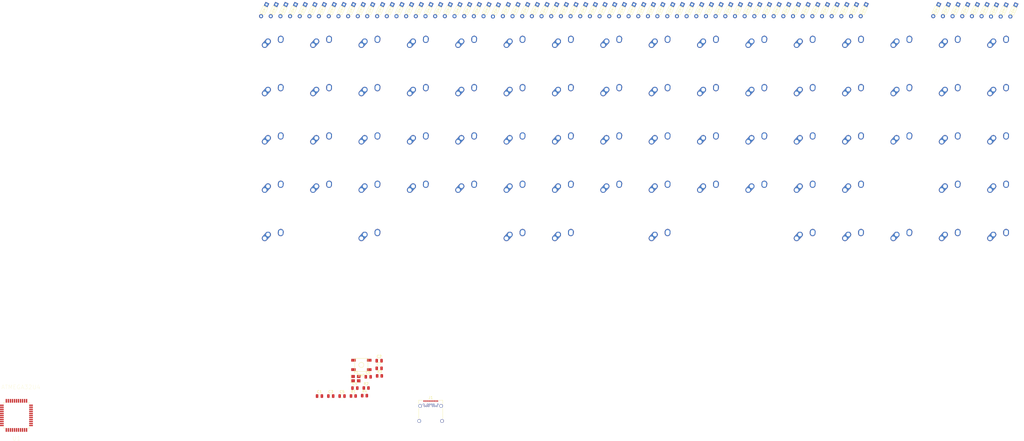
<source format=kicad_pcb>
(kicad_pcb (version 20171130) (host pcbnew "(5.1.9)-1")
  (layers (0 F.Cu signal) (31 B.Cu signal) (34 B.Paste user) (35 F.Paste user) (36 B.SilkS user) (37 F.SilkS user) (38 B.Mask user) (39 F.Mask user) (44 Edge.Cuts user))
  (net 0 "")
  (net 1 +5V)
  (net 2 "Net-(C3-Pad2)")
  (net 3 "Net-(D1-Pad2)")
  (net 4 row0)
  (net 5 "Net-(D2-Pad2)")
  (net 6 row1)
  (net 7 "Net-(D3-Pad2)")
  (net 8 row2)
  (net 9 "Net-(D4-Pad2)")
  (net 10 row3)
  (net 11 "Net-(D5-Pad2)")
  (net 12 row4)
  (net 13 "Net-(D6-Pad2)")
  (net 14 "Net-(D7-Pad2)")
  (net 15 "Net-(D8-Pad2)")
  (net 16 "Net-(D9-Pad2)")
  (net 17 "Net-(D10-Pad2)")
  (net 18 "Net-(D11-Pad2)")
  (net 19 "Net-(D12-Pad2)")
  (net 20 "Net-(D13-Pad2)")
  (net 21 "Net-(D14-Pad2)")
  (net 22 "Net-(D15-Pad2)")
  (net 23 "Net-(D16-Pad2)")
  (net 24 "Net-(D17-Pad2)")
  (net 25 "Net-(D18-Pad2)")
  (net 26 "Net-(D19-Pad2)")
  (net 27 "Net-(D20-Pad2)")
  (net 28 "Net-(D21-Pad2)")
  (net 29 "Net-(D22-Pad2)")
  (net 30 "Net-(D23-Pad2)")
  (net 31 "Net-(D24-Pad2)")
  (net 32 "Net-(D25-Pad2)")
  (net 33 "Net-(D26-Pad2)")
  (net 34 "Net-(D27-Pad2)")
  (net 35 "Net-(D28-Pad2)")
  (net 36 "Net-(D29-Pad2)")
  (net 37 "Net-(D30-Pad2)")
  (net 38 "Net-(D31-Pad2)")
  (net 39 "Net-(D33-Pad2)")
  (net 40 "Net-(D34-Pad2)")
  (net 41 "Net-(D35-Pad2)")
  (net 42 "Net-(D36-Pad2)")
  (net 43 "Net-(D37-Pad2)")
  (net 44 "Net-(D38-Pad2)")
  (net 45 "Net-(D39-Pad2)")
  (net 46 "Net-(D40-Pad2)")
  (net 47 "Net-(D41-Pad2)")
  (net 48 "Net-(D42-Pad2)")
  (net 49 "Net-(D43-Pad2)")
  (net 50 "Net-(D44-Pad2)")
  (net 51 "Net-(D45-Pad2)")
  (net 52 "Net-(D46-Pad2)")
  (net 53 "Net-(D47-Pad2)")
  (net 54 "Net-(D48-Pad2)")
  (net 55 "Net-(D49-Pad2)")
  (net 56 "Net-(D50-Pad2)")
  (net 57 "Net-(D51-Pad2)")
  (net 58 "Net-(D52-Pad2)")
  (net 59 "Net-(D53-Pad2)")
  (net 60 "Net-(D54-Pad2)")
  (net 61 "Net-(D55-Pad2)")
  (net 62 "Net-(D56-Pad2)")
  (net 63 "Net-(D57-Pad2)")
  (net 64 "Net-(D58-Pad2)")
  (net 65 "Net-(D59-Pad2)")
  (net 66 "Net-(D60-Pad2)")
  (net 67 "Net-(D61-Pad2)")
  (net 68 "Net-(D62-Pad2)")
  (net 69 "Net-(D63-Pad2)")
  (net 70 "Net-(D64-Pad2)")
  (net 71 "Net-(D65-Pad2)")
  (net 72 "Net-(D66-Pad2)")
  (net 73 "Net-(D67-Pad2)")
  (net 74 "Net-(D68-Pad2)")
  (net 75 "Net-(D69-Pad2)")
  (net 76 "Net-(D70-Pad2)")
  (net 77 "Net-(D71-Pad2)")
  (net 78 "Net-(D72-Pad2)")
  (net 79 "Net-(D73-Pad2)")
  (net 80 VCC)
  (net 81 col0)
  (net 82 col1)
  (net 83 col2)
  (net 84 col3)
  (net 85 col4)
  (net 86 col5)
  (net 87 col6)
  (net 88 col7)
  (net 89 col8)
  (net 90 col9)
  (net 91 col10)
  (net 92 col11)
  (net 93 col12)
  (net 94 col13)
  (net 95 col14)
  (net 96 col15)
  (net 97 "Net-(J1-PadB5)")
  (net 98 "Net-(J1-PadA5)")
  (net 99 "Net-(U1-Pad42)")
  (net 100 "Net-(U1-Pad22)")
  (net 101 "Net-(U1-Pad21)")
  (net 102 "Net-(U1-Pad20)")
  (net 103 "Net-(U1-Pad19)")
  (net 104 "Net-(U1-Pad1)")
  (net 105 "Net-(C1-Pad1)")
  (net 106 "Net-(C2-Pad1)")
  (net 107 "Net-(R3-Pad1)")
  (net 108 "Net-(R4-Pad2)")
  (net 109 "Net-(J1-PadA7)")
  (net 110 "Net-(J1-PadA6)")
  (net 111 "Net-(U1-Pad6)")
  (net 112 "Net-(U1-Pad7)")
  (net 113 "Net-(J1-PadA8)")
  (net 114 "Net-(J1-PadB8)")
  (net 115 "Net-(J1-PadS1)")
  (net 116 "Net-(J1-PadB11)")
  (net 117 "Net-(J1-PadB10)")
  (net 118 "Net-(J1-PadB3)")
  (net 119 "Net-(J1-PadB2)")
  (net 120 "Net-(J1-PadA11)")
  (net 121 "Net-(J1-PadA10)")
  (net 122 "Net-(J1-PadA3)")
  (net 123 "Net-(J1-PadA2)")
  (module Connector_USB:USB_C_Receptacle_Amphenol_12401548E4-2A_CircularHoles (layer F.Cu) (at 83.185 168.275)
    (fp_text reference J1 (at 0 -6.36) (layer F.SilkS))
    (fp_text value USB_C_Receptacle)
    (pad B11 thru_hole circle (at -2.4 -3.01) (size 0.65 0.65) (drill 0.4) (layers *.Cu *.Mask) (net 116 "Net-(J1-PadB11)"))
    (pad B10 thru_hole circle (at -1.6 -3.01) (size 0.65 0.65) (drill 0.4) (layers *.Cu *.Mask) (net 117 "Net-(J1-PadB10)"))
    (pad B8 thru_hole circle (at -0.8 -3.01) (size 0.65 0.65) (drill 0.4) (layers *.Cu *.Mask) (net 114 "Net-(J1-PadB8)"))
    (pad B5 thru_hole circle (at 0.8 -3.01) (size 0.65 0.65) (drill 0.4) (layers *.Cu *.Mask) (net 97 "Net-(J1-PadB5)"))
    (pad B3 thru_hole circle (at 1.6 -3.01) (size 0.65 0.65) (drill 0.4) (layers *.Cu *.Mask) (net 118 "Net-(J1-PadB3)"))
    (pad B2 thru_hole circle (at 2.4 -3.01) (size 0.65 0.65) (drill 0.4) (layers *.Cu *.Mask) (net 119 "Net-(J1-PadB2)"))
    (pad B12 thru_hole circle (at -2.8 -3.71) (size 0.65 0.65) (drill 0.4) (layers *.Cu *.Mask) (net 1 +5V))
    (pad B9 thru_hole circle (at -1.2 -3.71) (size 0.65 0.65) (drill 0.4) (layers *.Cu *.Mask) (net 80 VCC))
    (pad B7 thru_hole circle (at -0.4 -3.71) (size 0.65 0.65) (drill 0.4) (layers *.Cu *.Mask) (net 109 "Net-(J1-PadA7)"))
    (pad B6 thru_hole circle (at 0.4 -3.71) (size 0.65 0.65) (drill 0.4) (layers *.Cu *.Mask) (net 110 "Net-(J1-PadA6)"))
    (pad B4 thru_hole circle (at 1.2 -3.71) (size 0.65 0.65) (drill 0.4) (layers *.Cu *.Mask) (net 80 VCC))
    (pad B1 thru_hole circle (at 2.8 -3.71) (size 0.65 0.65) (drill 0.4) (layers *.Cu *.Mask) (net 1 +5V))
    (pad "" np_thru_hole circle (at -3.6 -4.36) (size 0.65 0.65) (drill 0.65) (layers *.Cu *.Mask))
    (pad "" np_thru_hole circle (at 3.6 -4.36) (size 0.95 0.95) (drill 0.95) (layers *.Cu *.Mask))
    (pad S1 thru_hole circle (at -4.49 2.84) (size 1.4 1.4) (drill 1.1) (layers *.Cu *.Mask) (net 115 "Net-(J1-PadS1)"))
    (pad S1 thru_hole circle (at 4.49 2.84) (size 1.4 1.4) (drill 1.1) (layers *.Cu *.Mask) (net 115 "Net-(J1-PadS1)"))
    (pad S1 thru_hole circle (at 4.13 -3.11) (size 1.4 1.4) (drill 1.1) (layers *.Cu *.Mask) (net 115 "Net-(J1-PadS1)"))
    (pad A11 smd rect (at 2.25 -5.02) (size 0.3 0.7) (layers F.Cu F.Paste F.Mask) (net 120 "Net-(J1-PadA11)"))
    (pad A8 smd rect (at 0.75 -5.02) (size 0.3 0.7) (layers F.Cu F.Paste F.Mask) (net 113 "Net-(J1-PadA8)"))
    (pad A9 smd rect (at 1.25 -5.02) (size 0.3 0.7) (layers F.Cu F.Paste F.Mask) (net 80 VCC))
    (pad A10 smd rect (at 1.75 -5.02) (size 0.3 0.7) (layers F.Cu F.Paste F.Mask) (net 121 "Net-(J1-PadA10)"))
    (pad A12 smd rect (at 2.75 -5.02) (size 0.3 0.7) (layers F.Cu F.Paste F.Mask) (net 1 +5V))
    (pad A7 smd rect (at 0.25 -5.02) (size 0.3 0.7) (layers F.Cu F.Paste F.Mask) (net 109 "Net-(J1-PadA7)"))
    (pad A6 smd rect (at -0.25 -5.02) (size 0.3 0.7) (layers F.Cu F.Paste F.Mask) (net 110 "Net-(J1-PadA6)"))
    (pad A5 smd rect (at -0.75 -5.02) (size 0.3 0.7) (layers F.Cu F.Paste F.Mask) (net 98 "Net-(J1-PadA5)"))
    (pad A4 smd rect (at -1.25 -5.02) (size 0.3 0.7) (layers F.Cu F.Paste F.Mask) (net 80 VCC))
    (pad A3 smd rect (at -1.75 -5.02) (size 0.3 0.7) (layers F.Cu F.Paste F.Mask) (net 122 "Net-(J1-PadA3)"))
    (pad A2 smd rect (at -2.25 -5.02) (size 0.3 0.7) (layers F.Cu F.Paste F.Mask) (net 123 "Net-(J1-PadA2)"))
    (pad A1 smd rect (at -2.75 -5.02) (size 0.3 0.7) (layers F.Cu F.Paste F.Mask) (net 1 +5V))
    (pad S1 thru_hole circle (at -4.13 -3.11) (size 1.4 1.4) (drill 1.1) (layers *.Cu *.Mask) (net 115 "Net-(J1-PadS1)"))
  )
  (module Crystal:Crystal_SMD_3225-4Pin_3.2x2.5mm (layer F.Cu) (at 53.72 154.41)
    (fp_text reference X1 (at 0 -2.45) (layer F.SilkS))
    (fp_text value XTAL_GND)
    (pad 1 smd rect (at -1.1 0.85) (size 1.4 1.2) (layers F.Cu F.Paste F.Mask) (net 105 "Net-(C1-Pad1)"))
    (pad 2 smd rect (at 1.1 0.85) (size 1.4 1.2) (layers F.Cu F.Paste F.Mask) (net 106 "Net-(C2-Pad1)"))
    (pad 3 smd rect (at 1.1 -0.85) (size 1.4 1.2) (layers F.Cu F.Paste F.Mask) (net 1 +5V))
    (pad 4 smd rect (at -1.1 -0.85) (size 1.4 1.2) (layers F.Cu F.Paste F.Mask))
  )
  (module ATmega32U4:ATmega32U4 (layer F.Cu) (at -80.01 168.91)
    (fp_text reference U1 (at 0 9.04357) (layer F.SilkS) (effects (font (size 1.6402 1.6402) (thickness 0.05))))
    (fp_text value ATMEGA32U4 (at 1.75507 -11.1409) (layer F.SilkS) (effects (font (size 1.64231 1.64231) (thickness 0.05))))
    (pad 44 smd rect (at -3.9878 -5.7404 180) (size 0.508 1.4732) (layers F.Cu F.Paste F.Mask) (net 80 VCC))
    (pad 43 smd rect (at -3.2004 -5.7404 180) (size 0.508 1.4732) (layers F.Cu F.Paste F.Mask) (net 1 +5V))
    (pad 42 smd rect (at -2.3876 -5.7404 180) (size 0.508 1.4732) (layers F.Cu F.Paste F.Mask) (net 99 "Net-(U1-Pad42)"))
    (pad 41 smd rect (at -1.6002 -5.7404 180) (size 0.508 1.4732) (layers F.Cu F.Paste F.Mask) (net 4 row0))
    (pad 40 smd rect (at -0.7874 -5.7404 180) (size 0.508 1.4732) (layers F.Cu F.Paste F.Mask) (net 6 row1))
    (pad 39 smd rect (at 0 -5.7404 180) (size 0.508 1.4732) (layers F.Cu F.Paste F.Mask) (net 8 row2))
    (pad 38 smd rect (at 0.7874 -5.7404 180) (size 0.508 1.4732) (layers F.Cu F.Paste F.Mask) (net 10 row3))
    (pad 37 smd rect (at 1.6002 -5.7404 180) (size 0.508 1.4732) (layers F.Cu F.Paste F.Mask) (net 12 row4))
    (pad 36 smd rect (at 2.3876 -5.7404 180) (size 0.508 1.4732) (layers F.Cu F.Paste F.Mask) (net 82 col1))
    (pad 35 smd rect (at 3.2004 -5.7404 180) (size 0.508 1.4732) (layers F.Cu F.Paste F.Mask) (net 1 +5V))
    (pad 34 smd rect (at 3.9878 -5.7404 180) (size 0.508 1.4732) (layers F.Cu F.Paste F.Mask) (net 80 VCC))
    (pad 33 smd rect (at 5.7404 -3.9878 270) (size 0.508 1.4732) (layers F.Cu F.Paste F.Mask) (net 108 "Net-(R4-Pad2)"))
    (pad 32 smd rect (at 5.7404 -3.2004 270) (size 0.508 1.4732) (layers F.Cu F.Paste F.Mask) (net 83 col2))
    (pad 31 smd rect (at 5.7404 -2.3876 270) (size 0.508 1.4732) (layers F.Cu F.Paste F.Mask) (net 84 col3))
    (pad 30 smd rect (at 5.7404 -1.6002 270) (size 0.508 1.4732) (layers F.Cu F.Paste F.Mask) (net 85 col4))
    (pad 29 smd rect (at 5.7404 -0.7874 270) (size 0.508 1.4732) (layers F.Cu F.Paste F.Mask) (net 86 col5))
    (pad 28 smd rect (at 5.7404 0 270) (size 0.508 1.4732) (layers F.Cu F.Paste F.Mask) (net 87 col6))
    (pad 27 smd rect (at 5.7404 0.7874 270) (size 0.508 1.4732) (layers F.Cu F.Paste F.Mask) (net 88 col7))
    (pad 26 smd rect (at 5.7404 1.6002 270) (size 0.508 1.4732) (layers F.Cu F.Paste F.Mask) (net 89 col8))
    (pad 25 smd rect (at 5.7404 2.3876 270) (size 0.508 1.4732) (layers F.Cu F.Paste F.Mask) (net 90 col9))
    (pad 24 smd rect (at 5.7404 3.2004 270) (size 0.508 1.4732) (layers F.Cu F.Paste F.Mask) (net 80 VCC))
    (pad 23 smd rect (at 5.7404 3.9878 270) (size 0.508 1.4732) (layers F.Cu F.Paste F.Mask) (net 1 +5V))
    (pad 22 smd rect (at 3.9878 5.7404 180) (size 0.508 1.4732) (layers F.Cu F.Paste F.Mask) (net 100 "Net-(U1-Pad22)"))
    (pad 21 smd rect (at 3.2004 5.7404 180) (size 0.508 1.4732) (layers F.Cu F.Paste F.Mask) (net 101 "Net-(U1-Pad21)"))
    (pad 20 smd rect (at 2.3876 5.7404 180) (size 0.508 1.4732) (layers F.Cu F.Paste F.Mask) (net 102 "Net-(U1-Pad20)"))
    (pad 19 smd rect (at 1.6002 5.7404 180) (size 0.508 1.4732) (layers F.Cu F.Paste F.Mask) (net 103 "Net-(U1-Pad19)"))
    (pad 18 smd rect (at 0.7874 5.7404 180) (size 0.508 1.4732) (layers F.Cu F.Paste F.Mask) (net 96 col15))
    (pad 17 smd rect (at 0 5.7404 180) (size 0.508 1.4732) (layers F.Cu F.Paste F.Mask) (net 106 "Net-(C2-Pad1)"))
    (pad 16 smd rect (at -0.7874 5.7404 180) (size 0.508 1.4732) (layers F.Cu F.Paste F.Mask) (net 105 "Net-(C1-Pad1)"))
    (pad 15 smd rect (at -1.6002 5.7404 180) (size 0.508 1.4732) (layers F.Cu F.Paste F.Mask) (net 1 +5V))
    (pad 14 smd rect (at -2.3876 5.7404 180) (size 0.508 1.4732) (layers F.Cu F.Paste F.Mask) (net 80 VCC))
    (pad 13 smd rect (at -3.2004 5.7404 180) (size 0.508 1.4732) (layers F.Cu F.Paste F.Mask) (net 107 "Net-(R3-Pad1)"))
    (pad 12 smd rect (at -3.9878 5.7404 180) (size 0.508 1.4732) (layers F.Cu F.Paste F.Mask) (net 95 col14))
    (pad 11 smd rect (at -5.7404 3.9878 270) (size 0.508 1.4732) (layers F.Cu F.Paste F.Mask) (net 94 col13))
    (pad 10 smd rect (at -5.7404 3.2004 270) (size 0.508 1.4732) (layers F.Cu F.Paste F.Mask) (net 93 col12))
    (pad 9 smd rect (at -5.7404 2.3876 270) (size 0.508 1.4732) (layers F.Cu F.Paste F.Mask) (net 92 col11))
    (pad 8 smd rect (at -5.7404 1.6002 270) (size 0.508 1.4732) (layers F.Cu F.Paste F.Mask) (net 91 col10))
    (pad 7 smd rect (at -5.7404 0.7874 270) (size 0.508 1.4732) (layers F.Cu F.Paste F.Mask) (net 112 "Net-(U1-Pad7)"))
    (pad 6 smd rect (at -5.7404 0 270) (size 0.508 1.4732) (layers F.Cu F.Paste F.Mask) (net 111 "Net-(U1-Pad6)"))
    (pad 5 smd rect (at -5.7404 -0.7874 270) (size 0.508 1.4732) (layers F.Cu F.Paste F.Mask) (net 1 +5V))
    (pad 4 smd rect (at -5.7404 -1.6002 270) (size 0.508 1.4732) (layers F.Cu F.Paste F.Mask) (net 110 "Net-(J1-PadA6)"))
    (pad 3 smd rect (at -5.7404 -2.3876 270) (size 0.508 1.4732) (layers F.Cu F.Paste F.Mask) (net 109 "Net-(J1-PadA7)"))
    (pad 2 smd rect (at -5.7404 -3.2004 270) (size 0.508 1.4732) (layers F.Cu F.Paste F.Mask) (net 80 VCC))
    (pad 1 smd rect (at -5.7404 -3.9878 270) (size 0.508 1.4732) (layers F.Cu F.Paste F.Mask) (net 104 "Net-(U1-Pad1)"))
  )
  (module random-keyboard-parts:SKQG-1155865 (layer F.Cu) (at 55.87 149.01)
    (fp_text reference SW1 (at 0 4.064) (layer F.SilkS))
    (fp_text value SW_PUSH)
    (pad 1 smd rect (at 3.1 1.85) (size 1.8 1.1) (layers F.Cu F.Paste F.Mask) (net 1 +5V))
    (pad 2 smd rect (at -3.1 -1.85) (size 1.8 1.1) (layers F.Cu F.Paste F.Mask) (net 107 "Net-(R3-Pad1)"))
    (pad 3 smd rect (at 3.1 -1.85) (size 1.8 1.1) (layers F.Cu F.Paste F.Mask))
    (pad 4 smd rect (at -3.1 1.85) (size 1.8 1.1) (layers F.Cu F.Paste F.Mask))
  )
  (module Resistor_SMD:R_0805_2012Metric (layer F.Cu) (at 57.11 161.12)
    (fp_text reference R4 (at 0 -1.65) (layer F.SilkS))
    (fp_text value R_Small)
    (pad 1 smd roundrect (at -0.9125 0) (size 1.025 1.4) (layers F.Cu F.Paste F.Mask) (roundrect_rratio 0.243902) (net 1 +5V))
    (pad 2 smd roundrect (at 0.9125 0) (size 1.025 1.4) (layers F.Cu F.Paste F.Mask) (roundrect_rratio 0.243902) (net 108 "Net-(R4-Pad2)"))
  )
  (module Resistor_SMD:R_0805_2012Metric (layer F.Cu) (at 63 153.33)
    (fp_text reference R3 (at 0 -1.65) (layer F.SilkS))
    (fp_text value R_Small)
    (pad 1 smd roundrect (at -0.9125 0) (size 1.025 1.4) (layers F.Cu F.Paste F.Mask) (roundrect_rratio 0.243902) (net 107 "Net-(R3-Pad1)"))
    (pad 2 smd roundrect (at 0.9125 0) (size 1.025 1.4) (layers F.Cu F.Paste F.Mask) (roundrect_rratio 0.243902) (net 80 VCC))
  )
  (module Resistor_SMD:R_0805_2012Metric (layer F.Cu) (at 57.75 158.11)
    (fp_text reference R2 (at 0 -1.65) (layer F.SilkS))
    (fp_text value R_Small)
    (pad 1 smd roundrect (at -0.9125 0) (size 1.025 1.4) (layers F.Cu F.Paste F.Mask) (roundrect_rratio 0.243902) (net 1 +5V))
    (pad 2 smd roundrect (at 0.9125 0) (size 1.025 1.4) (layers F.Cu F.Paste F.Mask) (roundrect_rratio 0.243902) (net 97 "Net-(J1-PadB5)"))
  )
  (module Resistor_SMD:R_0805_2012Metric (layer F.Cu) (at 52.7 161.26)
    (fp_text reference R1 (at 0 -1.65) (layer F.SilkS))
    (fp_text value R_Small)
    (pad 1 smd roundrect (at -0.9125 0) (size 1.025 1.4) (layers F.Cu F.Paste F.Mask) (roundrect_rratio 0.243902) (net 1 +5V))
    (pad 2 smd roundrect (at 0.9125 0) (size 1.025 1.4) (layers F.Cu F.Paste F.Mask) (roundrect_rratio 0.243902) (net 98 "Net-(J1-PadA5)"))
  )
  (module cftkb:D_DO-35_SOD27_P5.08mm_Horizontal (layer F.Cu) (at 314.226725 5.833989 245)
    (fp_text reference D73)
    (fp_text value D_Small)
    (pad 2 thru_hole oval (at 6.35 0 245) (size 1.6 1.6) (drill 0.8) (layers *.Cu *.Mask) (net 79 "Net-(D73-Pad2)"))
    (pad 1 thru_hole rect (at 1.27 0 245) (size 1.6 1.6) (drill 0.8) (layers *.Cu *.Mask) (net 12 row4))
  )
  (module cftkb:D_DO-35_SOD27_P5.08mm_Horizontal (layer F.Cu) (at 310.416725 5.833989 245)
    (fp_text reference D72)
    (fp_text value D_Small)
    (pad 2 thru_hole oval (at 6.35 0 245) (size 1.6 1.6) (drill 0.8) (layers *.Cu *.Mask) (net 78 "Net-(D72-Pad2)"))
    (pad 1 thru_hole rect (at 1.27 0 245) (size 1.6 1.6) (drill 0.8) (layers *.Cu *.Mask) (net 10 row3))
  )
  (module cftkb:D_DO-35_SOD27_P5.08mm_Horizontal (layer F.Cu) (at 306.606725 5.833989 245)
    (fp_text reference D71)
    (fp_text value D_Small)
    (pad 1 thru_hole rect (at 1.27 0 245) (size 1.6 1.6) (drill 0.8) (layers *.Cu *.Mask) (net 8 row2))
    (pad 2 thru_hole oval (at 6.35 0 245) (size 1.6 1.6) (drill 0.8) (layers *.Cu *.Mask) (net 77 "Net-(D71-Pad2)"))
  )
  (module cftkb:D_DO-35_SOD27_P5.08mm_Horizontal (layer F.Cu) (at 302.895 5.715 245)
    (fp_text reference D70)
    (fp_text value D_Small)
    (pad 1 thru_hole rect (at 1.27 0 245) (size 1.6 1.6) (drill 0.8) (layers *.Cu *.Mask) (net 6 row1))
    (pad 2 thru_hole oval (at 6.35 0 245) (size 1.6 1.6) (drill 0.8) (layers *.Cu *.Mask) (net 76 "Net-(D70-Pad2)"))
  )
  (module cftkb:D_DO-35_SOD27_P5.08mm_Horizontal (layer F.Cu) (at 299.085 5.715 245)
    (fp_text reference D69)
    (fp_text value D_Small)
    (pad 1 thru_hole rect (at 1.27 0 245) (size 1.6 1.6) (drill 0.8) (layers *.Cu *.Mask) (net 4 row0))
    (pad 2 thru_hole oval (at 6.35 0 245) (size 1.6 1.6) (drill 0.8) (layers *.Cu *.Mask) (net 75 "Net-(D69-Pad2)"))
  )
  (module cftkb:D_DO-35_SOD27_P5.08mm_Horizontal (layer F.Cu) (at 295.275 5.715 245)
    (fp_text reference D68)
    (fp_text value D_Small)
    (pad 1 thru_hole rect (at 1.27 0 245) (size 1.6 1.6) (drill 0.8) (layers *.Cu *.Mask) (net 12 row4))
    (pad 2 thru_hole oval (at 6.35 0 245) (size 1.6 1.6) (drill 0.8) (layers *.Cu *.Mask) (net 74 "Net-(D68-Pad2)"))
  )
  (module cftkb:D_DO-35_SOD27_P5.08mm_Horizontal (layer F.Cu) (at 291.465 5.715 245)
    (fp_text reference D67)
    (fp_text value D_Small)
    (pad 1 thru_hole rect (at 1.27 0 245) (size 1.6 1.6) (drill 0.8) (layers *.Cu *.Mask) (net 10 row3))
    (pad 2 thru_hole oval (at 6.35 0 245) (size 1.6 1.6) (drill 0.8) (layers *.Cu *.Mask) (net 73 "Net-(D67-Pad2)"))
  )
  (module cftkb:D_DO-35_SOD27_P5.08mm_Horizontal (layer F.Cu) (at 287.655 5.715 245)
    (fp_text reference D66)
    (fp_text value D_Small)
    (pad 1 thru_hole rect (at 1.27 0 245) (size 1.6 1.6) (drill 0.8) (layers *.Cu *.Mask) (net 8 row2))
    (pad 2 thru_hole oval (at 6.35 0 245) (size 1.6 1.6) (drill 0.8) (layers *.Cu *.Mask) (net 72 "Net-(D66-Pad2)"))
  )
  (module cftkb:D_DO-35_SOD27_P5.08mm_Horizontal (layer F.Cu) (at 283.845 5.715 245)
    (fp_text reference D65)
    (fp_text value D_Small)
    (pad 1 thru_hole rect (at 1.27 0 245) (size 1.6 1.6) (drill 0.8) (layers *.Cu *.Mask) (net 6 row1))
    (pad 2 thru_hole oval (at 6.35 0 245) (size 1.6 1.6) (drill 0.8) (layers *.Cu *.Mask) (net 71 "Net-(D65-Pad2)"))
  )
  (module cftkb:D_DO-35_SOD27_P5.08mm_Horizontal (layer F.Cu) (at 255.27 5.715 245)
    (fp_text reference D64)
    (fp_text value D_Small)
    (pad 1 thru_hole rect (at 1.27 0 245) (size 1.6 1.6) (drill 0.8) (layers *.Cu *.Mask) (net 4 row0))
    (pad 2 thru_hole oval (at 6.35 0 245) (size 1.6 1.6) (drill 0.8) (layers *.Cu *.Mask) (net 70 "Net-(D64-Pad2)"))
  )
  (module cftkb:D_DO-35_SOD27_P5.08mm_Horizontal (layer F.Cu) (at 251.46 5.715 245)
    (fp_text reference D63)
    (fp_text value D_Small)
    (pad 1 thru_hole rect (at 1.27 0 245) (size 1.6 1.6) (drill 0.8) (layers *.Cu *.Mask) (net 12 row4))
    (pad 2 thru_hole oval (at 6.35 0 245) (size 1.6 1.6) (drill 0.8) (layers *.Cu *.Mask) (net 69 "Net-(D63-Pad2)"))
  )
  (module cftkb:D_DO-35_SOD27_P5.08mm_Horizontal (layer F.Cu) (at 247.65 5.715 245)
    (fp_text reference D62)
    (fp_text value D_Small)
    (pad 2 thru_hole oval (at 6.35 0 245) (size 1.6 1.6) (drill 0.8) (layers *.Cu *.Mask) (net 68 "Net-(D62-Pad2)"))
    (pad 1 thru_hole rect (at 1.27 0 245) (size 1.6 1.6) (drill 0.8) (layers *.Cu *.Mask) (net 8 row2))
  )
  (module cftkb:D_DO-35_SOD27_P5.08mm_Horizontal (layer F.Cu) (at 243.84 5.715 245)
    (fp_text reference D61)
    (fp_text value D_Small)
    (pad 2 thru_hole oval (at 6.35 0 245) (size 1.6 1.6) (drill 0.8) (layers *.Cu *.Mask) (net 67 "Net-(D61-Pad2)"))
    (pad 1 thru_hole rect (at 1.27 0 245) (size 1.6 1.6) (drill 0.8) (layers *.Cu *.Mask) (net 6 row1))
  )
  (module cftkb:D_DO-35_SOD27_P5.08mm_Horizontal (layer F.Cu) (at 240.03 5.715 245)
    (fp_text reference D60)
    (fp_text value D_Small)
    (pad 2 thru_hole oval (at 6.35 0 245) (size 1.6 1.6) (drill 0.8) (layers *.Cu *.Mask) (net 66 "Net-(D60-Pad2)"))
    (pad 1 thru_hole rect (at 1.27 0 245) (size 1.6 1.6) (drill 0.8) (layers *.Cu *.Mask) (net 4 row0))
  )
  (module cftkb:D_DO-35_SOD27_P5.08mm_Horizontal (layer F.Cu) (at 236.22 5.715 245)
    (fp_text reference D59)
    (fp_text value D_Small)
    (pad 2 thru_hole oval (at 6.35 0 245) (size 1.6 1.6) (drill 0.8) (layers *.Cu *.Mask) (net 65 "Net-(D59-Pad2)"))
    (pad 1 thru_hole rect (at 1.27 0 245) (size 1.6 1.6) (drill 0.8) (layers *.Cu *.Mask) (net 12 row4))
  )
  (module cftkb:D_DO-35_SOD27_P5.08mm_Horizontal (layer F.Cu) (at 232.41 5.715 245)
    (fp_text reference D58)
    (fp_text value D_Small)
    (pad 2 thru_hole oval (at 6.35 0 245) (size 1.6 1.6) (drill 0.8) (layers *.Cu *.Mask) (net 64 "Net-(D58-Pad2)"))
    (pad 1 thru_hole rect (at 1.27 0 245) (size 1.6 1.6) (drill 0.8) (layers *.Cu *.Mask) (net 10 row3))
  )
  (module cftkb:D_DO-35_SOD27_P5.08mm_Horizontal (layer F.Cu) (at 228.6 5.715 245)
    (fp_text reference D57)
    (fp_text value D_Small)
    (pad 2 thru_hole oval (at 6.35 0 245) (size 1.6 1.6) (drill 0.8) (layers *.Cu *.Mask) (net 63 "Net-(D57-Pad2)"))
    (pad 1 thru_hole rect (at 1.27 0 245) (size 1.6 1.6) (drill 0.8) (layers *.Cu *.Mask) (net 8 row2))
  )
  (module cftkb:D_DO-35_SOD27_P5.08mm_Horizontal (layer F.Cu) (at 224.79 5.715 245)
    (fp_text reference D56)
    (fp_text value D_Small)
    (pad 2 thru_hole oval (at 6.35 0 245) (size 1.6 1.6) (drill 0.8) (layers *.Cu *.Mask) (net 62 "Net-(D56-Pad2)"))
    (pad 1 thru_hole rect (at 1.27 0 245) (size 1.6 1.6) (drill 0.8) (layers *.Cu *.Mask) (net 6 row1))
  )
  (module cftkb:D_DO-35_SOD27_P5.08mm_Horizontal (layer F.Cu) (at 220.98 5.715 245)
    (fp_text reference D55)
    (fp_text value D_Small)
    (pad 2 thru_hole oval (at 6.35 0 245) (size 1.6 1.6) (drill 0.8) (layers *.Cu *.Mask) (net 61 "Net-(D55-Pad2)"))
    (pad 1 thru_hole rect (at 1.27 0 245) (size 1.6 1.6) (drill 0.8) (layers *.Cu *.Mask) (net 4 row0))
  )
  (module cftkb:D_DO-35_SOD27_P5.08mm_Horizontal (layer F.Cu) (at 217.17 5.715 245)
    (fp_text reference D54)
    (fp_text value D_Small)
    (pad 2 thru_hole oval (at 6.35 0 245) (size 1.6 1.6) (drill 0.8) (layers *.Cu *.Mask) (net 60 "Net-(D54-Pad2)"))
    (pad 1 thru_hole rect (at 1.27 0 245) (size 1.6 1.6) (drill 0.8) (layers *.Cu *.Mask) (net 12 row4))
  )
  (module cftkb:D_DO-35_SOD27_P5.08mm_Horizontal (layer F.Cu) (at 213.36 5.715 245)
    (fp_text reference D53)
    (fp_text value D_Small)
    (pad 2 thru_hole oval (at 6.35 0 245) (size 1.6 1.6) (drill 0.8) (layers *.Cu *.Mask) (net 59 "Net-(D53-Pad2)"))
    (pad 1 thru_hole rect (at 1.27 0 245) (size 1.6 1.6) (drill 0.8) (layers *.Cu *.Mask) (net 10 row3))
  )
  (module cftkb:D_DO-35_SOD27_P5.08mm_Horizontal (layer F.Cu) (at 209.55 5.715 245)
    (fp_text reference D52)
    (fp_text value D_Small)
    (pad 2 thru_hole oval (at 6.35 0 245) (size 1.6 1.6) (drill 0.8) (layers *.Cu *.Mask) (net 58 "Net-(D52-Pad2)"))
    (pad 1 thru_hole rect (at 1.27 0 245) (size 1.6 1.6) (drill 0.8) (layers *.Cu *.Mask) (net 8 row2))
  )
  (module cftkb:D_DO-35_SOD27_P5.08mm_Horizontal (layer F.Cu) (at 205.74 5.715 245)
    (fp_text reference D51)
    (fp_text value D_Small)
    (pad 2 thru_hole oval (at 6.35 0 245) (size 1.6 1.6) (drill 0.8) (layers *.Cu *.Mask) (net 57 "Net-(D51-Pad2)"))
    (pad 1 thru_hole rect (at 1.27 0 245) (size 1.6 1.6) (drill 0.8) (layers *.Cu *.Mask) (net 6 row1))
  )
  (module cftkb:D_DO-35_SOD27_P5.08mm_Horizontal (layer F.Cu) (at 201.93 5.715 245)
    (fp_text reference D50)
    (fp_text value D_Small)
    (pad 2 thru_hole oval (at 6.35 0 245) (size 1.6 1.6) (drill 0.8) (layers *.Cu *.Mask) (net 56 "Net-(D50-Pad2)"))
    (pad 1 thru_hole rect (at 1.27 0 245) (size 1.6 1.6) (drill 0.8) (layers *.Cu *.Mask) (net 4 row0))
  )
  (module cftkb:D_DO-35_SOD27_P5.08mm_Horizontal (layer F.Cu) (at 198.12 5.715 245)
    (fp_text reference D49)
    (fp_text value D_Small)
    (pad 2 thru_hole oval (at 6.35 0 245) (size 1.6 1.6) (drill 0.8) (layers *.Cu *.Mask) (net 55 "Net-(D49-Pad2)"))
    (pad 1 thru_hole rect (at 1.27 0 245) (size 1.6 1.6) (drill 0.8) (layers *.Cu *.Mask) (net 10 row3))
  )
  (module cftkb:D_DO-35_SOD27_P5.08mm_Horizontal (layer F.Cu) (at 194.31 5.715 245)
    (fp_text reference D48)
    (fp_text value D_Small)
    (pad 2 thru_hole oval (at 6.35 0 245) (size 1.6 1.6) (drill 0.8) (layers *.Cu *.Mask) (net 54 "Net-(D48-Pad2)"))
    (pad 1 thru_hole rect (at 1.27 0 245) (size 1.6 1.6) (drill 0.8) (layers *.Cu *.Mask) (net 8 row2))
  )
  (module cftkb:D_DO-35_SOD27_P5.08mm_Horizontal (layer F.Cu) (at 190.5 5.715 245)
    (fp_text reference D47)
    (fp_text value D_Small)
    (pad 2 thru_hole oval (at 6.35 0 245) (size 1.6 1.6) (drill 0.8) (layers *.Cu *.Mask) (net 53 "Net-(D47-Pad2)"))
    (pad 1 thru_hole rect (at 1.27 0 245) (size 1.6 1.6) (drill 0.8) (layers *.Cu *.Mask) (net 6 row1))
  )
  (module cftkb:D_DO-35_SOD27_P5.08mm_Horizontal (layer F.Cu) (at 186.69 5.715 245)
    (fp_text reference D46)
    (fp_text value D_Small)
    (pad 2 thru_hole oval (at 6.35 0 245) (size 1.6 1.6) (drill 0.8) (layers *.Cu *.Mask) (net 52 "Net-(D46-Pad2)"))
    (pad 1 thru_hole rect (at 1.27 0 245) (size 1.6 1.6) (drill 0.8) (layers *.Cu *.Mask) (net 4 row0))
  )
  (module cftkb:D_DO-35_SOD27_P5.08mm_Horizontal (layer F.Cu) (at 182.88 5.715 245)
    (fp_text reference D45)
    (fp_text value D_Small)
    (pad 2 thru_hole oval (at 6.35 0 245) (size 1.6 1.6) (drill 0.8) (layers *.Cu *.Mask) (net 51 "Net-(D45-Pad2)"))
    (pad 1 thru_hole rect (at 1.27 0 245) (size 1.6 1.6) (drill 0.8) (layers *.Cu *.Mask) (net 10 row3))
  )
  (module cftkb:D_DO-35_SOD27_P5.08mm_Horizontal (layer F.Cu) (at 179.07 5.715 245)
    (fp_text reference D44)
    (fp_text value D_Small)
    (pad 2 thru_hole oval (at 6.35 0 245) (size 1.6 1.6) (drill 0.8) (layers *.Cu *.Mask) (net 50 "Net-(D44-Pad2)"))
    (pad 1 thru_hole rect (at 1.27 0 245) (size 1.6 1.6) (drill 0.8) (layers *.Cu *.Mask) (net 8 row2))
  )
  (module cftkb:D_DO-35_SOD27_P5.08mm_Horizontal (layer F.Cu) (at 175.161725 5.715 245)
    (fp_text reference D43)
    (fp_text value D_Small)
    (pad 2 thru_hole oval (at 6.35 0 245) (size 1.6 1.6) (drill 0.8) (layers *.Cu *.Mask) (net 49 "Net-(D43-Pad2)"))
    (pad 1 thru_hole rect (at 1.27 0 245) (size 1.6 1.6) (drill 0.8) (layers *.Cu *.Mask) (net 6 row1))
  )
  (module cftkb:D_DO-35_SOD27_P5.08mm_Horizontal (layer F.Cu) (at 171.45 5.715 245)
    (fp_text reference D42)
    (fp_text value D_Small)
    (pad 2 thru_hole oval (at 6.35 0 245) (size 1.6 1.6) (drill 0.8) (layers *.Cu *.Mask) (net 48 "Net-(D42-Pad2)"))
    (pad 1 thru_hole rect (at 1.27 0 245) (size 1.6 1.6) (drill 0.8) (layers *.Cu *.Mask) (net 4 row0))
  )
  (module cftkb:D_DO-35_SOD27_P5.08mm_Horizontal (layer F.Cu) (at 163.83 5.715 245)
    (fp_text reference D41)
    (fp_text value D_Small)
    (pad 2 thru_hole oval (at 6.35 0 245) (size 1.6 1.6) (drill 0.8) (layers *.Cu *.Mask) (net 47 "Net-(D41-Pad2)"))
    (pad 1 thru_hole rect (at 1.27 0 245) (size 1.6 1.6) (drill 0.8) (layers *.Cu *.Mask) (net 12 row4))
  )
  (module cftkb:D_DO-35_SOD27_P5.08mm_Horizontal (layer F.Cu) (at 167.64 5.715 245)
    (fp_text reference D40)
    (fp_text value D_Small)
    (pad 2 thru_hole oval (at 6.35 0 245) (size 1.6 1.6) (drill 0.8) (layers *.Cu *.Mask) (net 46 "Net-(D40-Pad2)"))
    (pad 1 thru_hole rect (at 1.27 0 245) (size 1.6 1.6) (drill 0.8) (layers *.Cu *.Mask) (net 10 row3))
  )
  (module cftkb:D_DO-35_SOD27_P5.08mm_Horizontal (layer F.Cu) (at 160.02 5.715 245)
    (fp_text reference D39)
    (fp_text value D_Small)
    (pad 2 thru_hole oval (at 6.35 0 245) (size 1.6 1.6) (drill 0.8) (layers *.Cu *.Mask) (net 45 "Net-(D39-Pad2)"))
    (pad 1 thru_hole rect (at 1.27 0 245) (size 1.6 1.6) (drill 0.8) (layers *.Cu *.Mask) (net 8 row2))
  )
  (module cftkb:D_DO-35_SOD27_P5.08mm_Horizontal (layer F.Cu) (at 156.21 5.715 245)
    (fp_text reference D38)
    (fp_text value D_Small)
    (pad 2 thru_hole oval (at 6.35 0 245) (size 1.6 1.6) (drill 0.8) (layers *.Cu *.Mask) (net 44 "Net-(D38-Pad2)"))
    (pad 1 thru_hole rect (at 1.27 0 245) (size 1.6 1.6) (drill 0.8) (layers *.Cu *.Mask) (net 6 row1))
  )
  (module cftkb:D_DO-35_SOD27_P5.08mm_Horizontal (layer F.Cu) (at 152.4 5.715 245)
    (fp_text reference D37)
    (fp_text value D_Small)
    (pad 2 thru_hole oval (at 6.35 0 245) (size 1.6 1.6) (drill 0.8) (layers *.Cu *.Mask) (net 43 "Net-(D37-Pad2)"))
    (pad 1 thru_hole rect (at 1.27 0 245) (size 1.6 1.6) (drill 0.8) (layers *.Cu *.Mask) (net 4 row0))
  )
  (module cftkb:D_DO-35_SOD27_P5.08mm_Horizontal (layer F.Cu) (at 148.59 5.715 245)
    (fp_text reference D36)
    (fp_text value D_Small)
    (pad 2 thru_hole oval (at 6.35 0 245) (size 1.6 1.6) (drill 0.8) (layers *.Cu *.Mask) (net 42 "Net-(D36-Pad2)"))
    (pad 1 thru_hole rect (at 1.27 0 245) (size 1.6 1.6) (drill 0.8) (layers *.Cu *.Mask) (net 10 row3))
  )
  (module cftkb:D_DO-35_SOD27_P5.08mm_Horizontal (layer F.Cu) (at 144.78 5.715 245)
    (fp_text reference D35)
    (fp_text value D_Small)
    (pad 2 thru_hole oval (at 6.35 0 245) (size 1.6 1.6) (drill 0.8) (layers *.Cu *.Mask) (net 41 "Net-(D35-Pad2)"))
    (pad 1 thru_hole rect (at 1.27 0 245) (size 1.6 1.6) (drill 0.8) (layers *.Cu *.Mask) (net 8 row2))
  )
  (module cftkb:D_DO-35_SOD27_P5.08mm_Horizontal (layer F.Cu) (at 140.97 5.715 245)
    (fp_text reference D34)
    (fp_text value D_Small)
    (pad 2 thru_hole oval (at 6.35 0 245) (size 1.6 1.6) (drill 0.8) (layers *.Cu *.Mask) (net 40 "Net-(D34-Pad2)"))
    (pad 1 thru_hole rect (at 1.27 0 245) (size 1.6 1.6) (drill 0.8) (layers *.Cu *.Mask) (net 6 row1))
  )
  (module cftkb:D_DO-35_SOD27_P5.08mm_Horizontal (layer F.Cu) (at 137.16 5.715 245)
    (fp_text reference D33)
    (fp_text value D_Small)
    (pad 2 thru_hole oval (at 6.35 0 245) (size 1.6 1.6) (drill 0.8) (layers *.Cu *.Mask) (net 39 "Net-(D33-Pad2)"))
    (pad 1 thru_hole rect (at 1.27 0 245) (size 1.6 1.6) (drill 0.8) (layers *.Cu *.Mask) (net 4 row0))
  )
  (module cftkb:D_DO-35_SOD27_P5.08mm_Horizontal (layer F.Cu) (at 133.35 5.715 245)
    (fp_text reference D31)
    (fp_text value D_Small)
    (pad 2 thru_hole oval (at 6.35 0 245) (size 1.6 1.6) (drill 0.8) (layers *.Cu *.Mask) (net 38 "Net-(D31-Pad2)"))
    (pad 1 thru_hole rect (at 1.27 0 245) (size 1.6 1.6) (drill 0.8) (layers *.Cu *.Mask) (net 10 row3))
  )
  (module cftkb:D_DO-35_SOD27_P5.08mm_Horizontal (layer F.Cu) (at 129.54 5.715 245)
    (fp_text reference D30)
    (fp_text value D_Small)
    (pad 2 thru_hole oval (at 6.35 0 245) (size 1.6 1.6) (drill 0.8) (layers *.Cu *.Mask) (net 37 "Net-(D30-Pad2)"))
    (pad 1 thru_hole rect (at 1.27 0 245) (size 1.6 1.6) (drill 0.8) (layers *.Cu *.Mask) (net 8 row2))
  )
  (module cftkb:D_DO-35_SOD27_P5.08mm_Horizontal (layer F.Cu) (at 125.73 5.715 245)
    (fp_text reference D29)
    (fp_text value D_Small)
    (pad 2 thru_hole oval (at 6.35 0 245) (size 1.6 1.6) (drill 0.8) (layers *.Cu *.Mask) (net 36 "Net-(D29-Pad2)"))
    (pad 1 thru_hole rect (at 1.27 0 245) (size 1.6 1.6) (drill 0.8) (layers *.Cu *.Mask) (net 6 row1))
  )
  (module cftkb:D_DO-35_SOD27_P5.08mm_Horizontal (layer F.Cu) (at 121.92 5.715 245)
    (fp_text reference D28)
    (fp_text value D_Small)
    (pad 2 thru_hole oval (at 6.35 0 245) (size 1.6 1.6) (drill 0.8) (layers *.Cu *.Mask) (net 35 "Net-(D28-Pad2)"))
    (pad 1 thru_hole rect (at 1.27 0 245) (size 1.6 1.6) (drill 0.8) (layers *.Cu *.Mask) (net 4 row0))
  )
  (module cftkb:D_DO-35_SOD27_P5.08mm_Horizontal (layer F.Cu) (at 118.11 5.715 245)
    (fp_text reference D27)
    (fp_text value D_Small)
    (pad 2 thru_hole oval (at 6.35 0 245) (size 1.6 1.6) (drill 0.8) (layers *.Cu *.Mask) (net 34 "Net-(D27-Pad2)"))
    (pad 1 thru_hole rect (at 1.27 0 245) (size 1.6 1.6) (drill 0.8) (layers *.Cu *.Mask) (net 12 row4))
  )
  (module cftkb:D_DO-35_SOD27_P5.08mm_Horizontal (layer F.Cu) (at 114.3 5.715 245)
    (fp_text reference D26)
    (fp_text value D_Small)
    (pad 2 thru_hole oval (at 6.35 0 245) (size 1.6 1.6) (drill 0.8) (layers *.Cu *.Mask) (net 33 "Net-(D26-Pad2)"))
    (pad 1 thru_hole rect (at 1.27 0 245) (size 1.6 1.6) (drill 0.8) (layers *.Cu *.Mask) (net 10 row3))
  )
  (module cftkb:D_DO-35_SOD27_P5.08mm_Horizontal (layer F.Cu) (at 110.391725 5.833989 245)
    (fp_text reference D25)
    (fp_text value D_Small)
    (pad 2 thru_hole oval (at 6.35 0 245) (size 1.6 1.6) (drill 0.8) (layers *.Cu *.Mask) (net 32 "Net-(D25-Pad2)"))
    (pad 1 thru_hole rect (at 1.27 0 245) (size 1.6 1.6) (drill 0.8) (layers *.Cu *.Mask) (net 8 row2))
  )
  (module cftkb:D_DO-35_SOD27_P5.08mm_Horizontal (layer F.Cu) (at 106.68 5.715 245)
    (fp_text reference D24)
    (fp_text value D_Small)
    (pad 2 thru_hole oval (at 6.35 0 245) (size 1.6 1.6) (drill 0.8) (layers *.Cu *.Mask) (net 31 "Net-(D24-Pad2)"))
    (pad 1 thru_hole rect (at 1.27 0 245) (size 1.6 1.6) (drill 0.8) (layers *.Cu *.Mask) (net 6 row1))
  )
  (module cftkb:D_DO-35_SOD27_P5.08mm_Horizontal (layer F.Cu) (at 102.87 5.715 245)
    (fp_text reference D23)
    (fp_text value D_Small)
    (pad 2 thru_hole oval (at 6.35 0 245) (size 1.6 1.6) (drill 0.8) (layers *.Cu *.Mask) (net 30 "Net-(D23-Pad2)"))
    (pad 1 thru_hole rect (at 1.27 0 245) (size 1.6 1.6) (drill 0.8) (layers *.Cu *.Mask) (net 4 row0))
  )
  (module cftkb:D_DO-35_SOD27_P5.08mm_Horizontal (layer F.Cu) (at 99.06 5.715 245)
    (fp_text reference D22)
    (fp_text value D_Small)
    (pad 2 thru_hole oval (at 6.35 0 245) (size 1.6 1.6) (drill 0.8) (layers *.Cu *.Mask) (net 29 "Net-(D22-Pad2)"))
    (pad 1 thru_hole rect (at 1.27 0 245) (size 1.6 1.6) (drill 0.8) (layers *.Cu *.Mask) (net 10 row3))
  )
  (module cftkb:D_DO-35_SOD27_P5.08mm_Horizontal (layer F.Cu) (at 95.25 5.715 245)
    (fp_text reference D21)
    (fp_text value D_Small)
    (pad 2 thru_hole oval (at 6.35 0 245) (size 1.6 1.6) (drill 0.8) (layers *.Cu *.Mask) (net 28 "Net-(D21-Pad2)"))
    (pad 1 thru_hole rect (at 1.27 0 245) (size 1.6 1.6) (drill 0.8) (layers *.Cu *.Mask) (net 8 row2))
  )
  (module cftkb:D_DO-35_SOD27_P5.08mm_Horizontal (layer F.Cu) (at 91.44 5.715 245)
    (fp_text reference D20)
    (fp_text value D_Small)
    (pad 2 thru_hole oval (at 6.35 0 245) (size 1.6 1.6) (drill 0.8) (layers *.Cu *.Mask) (net 27 "Net-(D20-Pad2)"))
    (pad 1 thru_hole rect (at 1.27 0 245) (size 1.6 1.6) (drill 0.8) (layers *.Cu *.Mask) (net 6 row1))
  )
  (module cftkb:D_DO-35_SOD27_P5.08mm_Horizontal (layer F.Cu) (at 87.63 5.715 245)
    (fp_text reference D19)
    (fp_text value D_Small)
    (pad 2 thru_hole oval (at 6.35 0 245) (size 1.6 1.6) (drill 0.8) (layers *.Cu *.Mask) (net 26 "Net-(D19-Pad2)"))
    (pad 1 thru_hole rect (at 1.27 0 245) (size 1.6 1.6) (drill 0.8) (layers *.Cu *.Mask) (net 4 row0))
  )
  (module cftkb:D_DO-35_SOD27_P5.08mm_Horizontal (layer F.Cu) (at 83.82 5.715 245)
    (fp_text reference D18)
    (fp_text value D_Small)
    (pad 2 thru_hole oval (at 6.35 0 245) (size 1.6 1.6) (drill 0.8) (layers *.Cu *.Mask) (net 25 "Net-(D18-Pad2)"))
    (pad 1 thru_hole rect (at 1.27 0 245) (size 1.6 1.6) (drill 0.8) (layers *.Cu *.Mask) (net 10 row3))
  )
  (module cftkb:D_DO-35_SOD27_P5.08mm_Horizontal (layer F.Cu) (at 80.01 5.715 245)
    (fp_text reference D17)
    (fp_text value D_Small)
    (pad 2 thru_hole oval (at 6.35 0 245) (size 1.6 1.6) (drill 0.8) (layers *.Cu *.Mask) (net 24 "Net-(D17-Pad2)"))
    (pad 1 thru_hole rect (at 1.27 0 245) (size 1.6 1.6) (drill 0.8) (layers *.Cu *.Mask) (net 8 row2))
  )
  (module cftkb:D_DO-35_SOD27_P5.08mm_Horizontal (layer F.Cu) (at 76.2 5.715 245)
    (fp_text reference D16)
    (fp_text value D_Small)
    (pad 2 thru_hole oval (at 6.35 0 245) (size 1.6 1.6) (drill 0.8) (layers *.Cu *.Mask) (net 23 "Net-(D16-Pad2)"))
    (pad 1 thru_hole rect (at 1.27 0 245) (size 1.6 1.6) (drill 0.8) (layers *.Cu *.Mask) (net 6 row1))
  )
  (module cftkb:D_DO-35_SOD27_P5.08mm_Horizontal (layer F.Cu) (at 72.39 5.715 245)
    (fp_text reference D15)
    (fp_text value D_Small)
    (pad 2 thru_hole oval (at 6.35 0 245) (size 1.6 1.6) (drill 0.8) (layers *.Cu *.Mask) (net 22 "Net-(D15-Pad2)"))
    (pad 1 thru_hole rect (at 1.27 0 245) (size 1.6 1.6) (drill 0.8) (layers *.Cu *.Mask) (net 4 row0))
  )
  (module cftkb:D_DO-35_SOD27_P5.08mm_Horizontal (layer F.Cu) (at 68.58 5.715 245)
    (fp_text reference D14)
    (fp_text value D_Small)
    (pad 2 thru_hole oval (at 6.35 0 245) (size 1.6 1.6) (drill 0.8) (layers *.Cu *.Mask) (net 21 "Net-(D14-Pad2)"))
    (pad 1 thru_hole rect (at 1.27 0 245) (size 1.6 1.6) (drill 0.8) (layers *.Cu *.Mask) (net 12 row4))
  )
  (module cftkb:D_DO-35_SOD27_P5.08mm_Horizontal (layer F.Cu) (at 64.77 5.715 245)
    (fp_text reference D13)
    (fp_text value D_Small)
    (pad 2 thru_hole oval (at 6.35 0 245) (size 1.6 1.6) (drill 0.8) (layers *.Cu *.Mask) (net 20 "Net-(D13-Pad2)"))
    (pad 1 thru_hole rect (at 1.27 0 245) (size 1.6 1.6) (drill 0.8) (layers *.Cu *.Mask) (net 10 row3))
  )
  (module cftkb:D_DO-35_SOD27_P5.08mm_Horizontal (layer F.Cu) (at 60.861725 5.715 245)
    (fp_text reference D12)
    (fp_text value D_Small)
    (pad 2 thru_hole oval (at 6.35 0 245) (size 1.6 1.6) (drill 0.8) (layers *.Cu *.Mask) (net 19 "Net-(D12-Pad2)"))
    (pad 1 thru_hole rect (at 1.27 0 245) (size 1.6 1.6) (drill 0.8) (layers *.Cu *.Mask) (net 8 row2))
  )
  (module cftkb:D_DO-35_SOD27_P5.08mm_Horizontal (layer F.Cu) (at 57.15 5.715 245)
    (fp_text reference D11)
    (fp_text value D_Small)
    (pad 2 thru_hole oval (at 6.35 0 245) (size 1.6 1.6) (drill 0.8) (layers *.Cu *.Mask) (net 18 "Net-(D11-Pad2)"))
    (pad 1 thru_hole rect (at 1.27 0 245) (size 1.6 1.6) (drill 0.8) (layers *.Cu *.Mask) (net 6 row1))
  )
  (module cftkb:D_DO-35_SOD27_P5.08mm_Horizontal (layer F.Cu) (at 53.34 5.715 245)
    (fp_text reference D10)
    (fp_text value D_Small)
    (pad 2 thru_hole oval (at 6.35 0 245) (size 1.6 1.6) (drill 0.8) (layers *.Cu *.Mask) (net 17 "Net-(D10-Pad2)"))
    (pad 1 thru_hole rect (at 1.27 0 245) (size 1.6 1.6) (drill 0.8) (layers *.Cu *.Mask) (net 4 row0))
  )
  (module cftkb:D_DO-35_SOD27_P5.08mm_Horizontal (layer F.Cu) (at 49.53 5.715 245)
    (fp_text reference D9)
    (fp_text value D_Small)
    (pad 2 thru_hole oval (at 6.35 0 245) (size 1.6 1.6) (drill 0.8) (layers *.Cu *.Mask) (net 16 "Net-(D9-Pad2)"))
    (pad 1 thru_hole rect (at 1.27 0 245) (size 1.6 1.6) (drill 0.8) (layers *.Cu *.Mask) (net 10 row3))
  )
  (module cftkb:D_DO-35_SOD27_P5.08mm_Horizontal (layer F.Cu) (at 45.72 5.715 245)
    (fp_text reference D8)
    (fp_text value D_Small)
    (pad 2 thru_hole oval (at 6.35 0 245) (size 1.6 1.6) (drill 0.8) (layers *.Cu *.Mask) (net 15 "Net-(D8-Pad2)"))
    (pad 1 thru_hole rect (at 1.27 0 245) (size 1.6 1.6) (drill 0.8) (layers *.Cu *.Mask) (net 8 row2))
  )
  (module cftkb:D_DO-35_SOD27_P5.08mm_Horizontal (layer F.Cu) (at 41.811725 5.715 245)
    (fp_text reference D7)
    (fp_text value D_Small)
    (pad 2 thru_hole oval (at 6.35 0 245) (size 1.6 1.6) (drill 0.8) (layers *.Cu *.Mask) (net 14 "Net-(D7-Pad2)"))
    (pad 1 thru_hole rect (at 1.27 0 245) (size 1.6 1.6) (drill 0.8) (layers *.Cu *.Mask) (net 6 row1))
  )
  (module cftkb:D_DO-35_SOD27_P5.08mm_Horizontal (layer F.Cu) (at 38.1 5.715 245)
    (fp_text reference D6)
    (fp_text value D_Small)
    (pad 2 thru_hole oval (at 6.35 0 245) (size 1.6 1.6) (drill 0.8) (layers *.Cu *.Mask) (net 13 "Net-(D6-Pad2)"))
    (pad 1 thru_hole rect (at 1.27 0 245) (size 1.6 1.6) (drill 0.8) (layers *.Cu *.Mask) (net 4 row0))
  )
  (module cftkb:D_DO-35_SOD27_P5.08mm_Horizontal (layer F.Cu) (at 34.29 5.715 245)
    (fp_text reference D5)
    (fp_text value D_Small)
    (pad 2 thru_hole oval (at 6.35 0 245) (size 1.6 1.6) (drill 0.8) (layers *.Cu *.Mask) (net 11 "Net-(D5-Pad2)"))
    (pad 1 thru_hole rect (at 1.27 0 245) (size 1.6 1.6) (drill 0.8) (layers *.Cu *.Mask) (net 12 row4))
  )
  (module cftkb:D_DO-35_SOD27_P5.08mm_Horizontal (layer F.Cu) (at 30.48 5.715 245)
    (fp_text reference D4)
    (fp_text value D_Small)
    (pad 2 thru_hole oval (at 6.35 0 245) (size 1.6 1.6) (drill 0.8) (layers *.Cu *.Mask) (net 9 "Net-(D4-Pad2)"))
    (pad 1 thru_hole rect (at 1.27 0 245) (size 1.6 1.6) (drill 0.8) (layers *.Cu *.Mask) (net 10 row3))
  )
  (module cftkb:D_DO-35_SOD27_P5.08mm_Horizontal (layer F.Cu) (at 26.67 5.715 245)
    (fp_text reference D3)
    (fp_text value D_Small)
    (pad 2 thru_hole oval (at 6.35 0 245) (size 1.6 1.6) (drill 0.8) (layers *.Cu *.Mask) (net 7 "Net-(D3-Pad2)"))
    (pad 1 thru_hole rect (at 1.27 0 245) (size 1.6 1.6) (drill 0.8) (layers *.Cu *.Mask) (net 8 row2))
  )
  (module cftkb:D_DO-35_SOD27_P5.08mm_Horizontal (layer F.Cu) (at 22.86 5.715 245)
    (fp_text reference D2)
    (fp_text value D_Small)
    (pad 2 thru_hole oval (at 6.35 0 245) (size 1.6 1.6) (drill 0.8) (layers *.Cu *.Mask) (net 5 "Net-(D2-Pad2)"))
    (pad 1 thru_hole rect (at 1.27 0 245) (size 1.6 1.6) (drill 0.8) (layers *.Cu *.Mask) (net 6 row1))
  )
  (module cftkb:D_DO-35_SOD27_P5.08mm_Horizontal (layer F.Cu) (at 19.05 5.715 245)
    (fp_text reference D1)
    (fp_text value D_Small)
    (pad 2 thru_hole oval (at 6.35 0 245) (size 1.6 1.6) (drill 0.8) (layers *.Cu *.Mask) (net 3 "Net-(D1-Pad2)"))
    (pad 1 thru_hole rect (at 1.27 0 245) (size 1.6 1.6) (drill 0.8) (layers *.Cu *.Mask) (net 4 row0))
  )
  (module Capacitor_SMD:C_0805_2012Metric (layer F.Cu) (at 62.87 150.35)
    (fp_text reference C7 (at 0 -1.68) (layer F.SilkS))
    (fp_text value 4.7u)
    (pad 1 smd roundrect (at -0.95 0) (size 1 1.45) (layers F.Cu F.Paste F.Mask) (net 80 VCC))
    (pad 2 smd roundrect (at 0.95 0) (size 1 1.45) (layers F.Cu F.Paste F.Mask) (net 2 "Net-(C3-Pad2)"))
  )
  (module Capacitor_SMD:C_0805_2012Metric (layer F.Cu) (at 58.57 153.69)
    (fp_text reference C6 (at 0 -1.68) (layer F.SilkS))
    (fp_text value 0.1u)
    (pad 1 smd roundrect (at -0.95 0) (size 1 1.45) (layers F.Cu F.Paste F.Mask) (net 80 VCC))
    (pad 2 smd roundrect (at 0.95 0) (size 1 1.45) (layers F.Cu F.Paste F.Mask) (net 2 "Net-(C3-Pad2)"))
  )
  (module Capacitor_SMD:C_0805_2012Metric (layer F.Cu) (at 48.27 161.29)
    (fp_text reference C5 (at 0 -1.68) (layer F.SilkS))
    (fp_text value 0.1u)
    (pad 1 smd roundrect (at -0.95 0) (size 1 1.45) (layers F.Cu F.Paste F.Mask) (net 80 VCC))
    (pad 2 smd roundrect (at 0.95 0) (size 1 1.45) (layers F.Cu F.Paste F.Mask) (net 2 "Net-(C3-Pad2)"))
  )
  (module Capacitor_SMD:C_0805_2012Metric (layer F.Cu) (at 53.32 158.14)
    (fp_text reference C4 (at 0 -1.68) (layer F.SilkS))
    (fp_text value 0.1u)
    (pad 1 smd roundrect (at -0.95 0) (size 1 1.45) (layers F.Cu F.Paste F.Mask) (net 80 VCC))
    (pad 2 smd roundrect (at 0.95 0) (size 1 1.45) (layers F.Cu F.Paste F.Mask) (net 2 "Net-(C3-Pad2)"))
  )
  (module Capacitor_SMD:C_0805_2012Metric (layer F.Cu) (at 43.82 161.29)
    (fp_text reference C3 (at 0 -1.68) (layer F.SilkS))
    (fp_text value 0.1u)
    (pad 1 smd roundrect (at -0.95 0) (size 1 1.45) (layers F.Cu F.Paste F.Mask) (net 80 VCC))
    (pad 2 smd roundrect (at 0.95 0) (size 1 1.45) (layers F.Cu F.Paste F.Mask) (net 2 "Net-(C3-Pad2)"))
  )
  (module Capacitor_SMD:C_0805_2012Metric (layer F.Cu) (at 62.87 147.34)
    (fp_text reference C2 (at 0 -1.68) (layer F.SilkS))
    (fp_text value 22p)
    (pad 1 smd roundrect (at -0.95 0) (size 1 1.45) (layers F.Cu F.Paste F.Mask) (net 106 "Net-(C2-Pad1)"))
    (pad 2 smd roundrect (at 0.95 0) (size 1 1.45) (layers F.Cu F.Paste F.Mask) (net 1 +5V))
  )
  (module Capacitor_SMD:C_0805_2012Metric (layer F.Cu) (at 39.37 161.29)
    (fp_text reference C1 (at 0 -1.68) (layer F.SilkS))
    (fp_text value 22p)
    (pad 1 smd roundrect (at -0.95 0) (size 1 1.45) (layers F.Cu F.Paste F.Mask) (net 105 "Net-(C1-Pad1)"))
    (pad 2 smd roundrect (at 0.95 0) (size 1 1.45) (layers F.Cu F.Paste F.Mask) (net 1 +5V))
  )
  (module MX_Alps_Hybrid:MX-1U-NoLED (layer F.Cu) (at 307.34 101.6)
    (fp_text reference MX73)
    (fp_text value MX-NoLED)
    (pad "" np_thru_hole circle (at 5.08 0 48.0996) (size 1.75 1.75) (drill 1.75) (layers *.Cu *.Mask))
    (pad "" np_thru_hole circle (at -5.08 0 48.0996) (size 1.75 1.75) (drill 1.75) (layers *.Cu *.Mask))
    (pad 1 thru_hole circle (at -2.5 -4) (size 2.25 2.25) (drill 1.47) (layers *.Cu B.Mask) (net 96 col15))
    (pad "" np_thru_hole circle (at 0 0) (size 3.9878 3.9878) (drill 3.9878) (layers *.Cu *.Mask))
    (pad 1 thru_hole oval (at -3.81 -2.54 48.0996) (size 4.211556 2.25) (drill 1.47 (offset 0.980778 0)) (layers *.Cu B.Mask) (net 96 col15))
    (pad 2 thru_hole circle (at 2.54 -5.08) (size 2.25 2.25) (drill 1.47) (layers *.Cu B.Mask) (net 79 "Net-(D73-Pad2)"))
    (pad 2 thru_hole oval (at 2.5 -4.5 86.0548) (size 2.831378 2.25) (drill 1.47 (offset 0.290689 0)) (layers *.Cu B.Mask) (net 79 "Net-(D73-Pad2)"))
  )
  (module MX_Alps_Hybrid:MX-1U-NoLED (layer F.Cu) (at 307.34 82.55)
    (fp_text reference MX72)
    (fp_text value MX-NoLED)
    (pad "" np_thru_hole circle (at 5.08 0 48.0996) (size 1.75 1.75) (drill 1.75) (layers *.Cu *.Mask))
    (pad "" np_thru_hole circle (at -5.08 0 48.0996) (size 1.75 1.75) (drill 1.75) (layers *.Cu *.Mask))
    (pad 1 thru_hole circle (at -2.5 -4) (size 2.25 2.25) (drill 1.47) (layers *.Cu B.Mask) (net 96 col15))
    (pad "" np_thru_hole circle (at 0 0) (size 3.9878 3.9878) (drill 3.9878) (layers *.Cu *.Mask))
    (pad 1 thru_hole oval (at -3.81 -2.54 48.0996) (size 4.211556 2.25) (drill 1.47 (offset 0.980778 0)) (layers *.Cu B.Mask) (net 96 col15))
    (pad 2 thru_hole circle (at 2.54 -5.08) (size 2.25 2.25) (drill 1.47) (layers *.Cu B.Mask) (net 78 "Net-(D72-Pad2)"))
    (pad 2 thru_hole oval (at 2.5 -4.5 86.0548) (size 2.831378 2.25) (drill 1.47 (offset 0.290689 0)) (layers *.Cu B.Mask) (net 78 "Net-(D72-Pad2)"))
  )
  (module MX_Alps_Hybrid:MX-1U-NoLED (layer F.Cu) (at 307.34 63.5)
    (fp_text reference MX71)
    (fp_text value MX-NoLED)
    (pad "" np_thru_hole circle (at 5.08 0 48.0996) (size 1.75 1.75) (drill 1.75) (layers *.Cu *.Mask))
    (pad "" np_thru_hole circle (at -5.08 0 48.0996) (size 1.75 1.75) (drill 1.75) (layers *.Cu *.Mask))
    (pad 1 thru_hole circle (at -2.5 -4) (size 2.25 2.25) (drill 1.47) (layers *.Cu B.Mask) (net 96 col15))
    (pad "" np_thru_hole circle (at 0 0) (size 3.9878 3.9878) (drill 3.9878) (layers *.Cu *.Mask))
    (pad 1 thru_hole oval (at -3.81 -2.54 48.0996) (size 4.211556 2.25) (drill 1.47 (offset 0.980778 0)) (layers *.Cu B.Mask) (net 96 col15))
    (pad 2 thru_hole circle (at 2.54 -5.08) (size 2.25 2.25) (drill 1.47) (layers *.Cu B.Mask) (net 77 "Net-(D71-Pad2)"))
    (pad 2 thru_hole oval (at 2.5 -4.5 86.0548) (size 2.831378 2.25) (drill 1.47 (offset 0.290689 0)) (layers *.Cu B.Mask) (net 77 "Net-(D71-Pad2)"))
  )
  (module MX_Alps_Hybrid:MX-1U-NoLED (layer F.Cu) (at 307.34 44.45)
    (fp_text reference MX70)
    (fp_text value MX-NoLED)
    (pad "" np_thru_hole circle (at 5.08 0 48.0996) (size 1.75 1.75) (drill 1.75) (layers *.Cu *.Mask))
    (pad "" np_thru_hole circle (at -5.08 0 48.0996) (size 1.75 1.75) (drill 1.75) (layers *.Cu *.Mask))
    (pad 1 thru_hole circle (at -2.5 -4) (size 2.25 2.25) (drill 1.47) (layers *.Cu B.Mask) (net 96 col15))
    (pad "" np_thru_hole circle (at 0 0) (size 3.9878 3.9878) (drill 3.9878) (layers *.Cu *.Mask))
    (pad 1 thru_hole oval (at -3.81 -2.54 48.0996) (size 4.211556 2.25) (drill 1.47 (offset 0.980778 0)) (layers *.Cu B.Mask) (net 96 col15))
    (pad 2 thru_hole circle (at 2.54 -5.08) (size 2.25 2.25) (drill 1.47) (layers *.Cu B.Mask) (net 76 "Net-(D70-Pad2)"))
    (pad 2 thru_hole oval (at 2.5 -4.5 86.0548) (size 2.831378 2.25) (drill 1.47 (offset 0.290689 0)) (layers *.Cu B.Mask) (net 76 "Net-(D70-Pad2)"))
  )
  (module MX_Alps_Hybrid:MX-1U-NoLED (layer F.Cu) (at 307.34 25.4)
    (fp_text reference MX69)
    (fp_text value MX-NoLED)
    (pad "" np_thru_hole circle (at 5.08 0 48.0996) (size 1.75 1.75) (drill 1.75) (layers *.Cu *.Mask))
    (pad "" np_thru_hole circle (at -5.08 0 48.0996) (size 1.75 1.75) (drill 1.75) (layers *.Cu *.Mask))
    (pad 1 thru_hole circle (at -2.5 -4) (size 2.25 2.25) (drill 1.47) (layers *.Cu B.Mask) (net 96 col15))
    (pad "" np_thru_hole circle (at 0 0) (size 3.9878 3.9878) (drill 3.9878) (layers *.Cu *.Mask))
    (pad 1 thru_hole oval (at -3.81 -2.54 48.0996) (size 4.211556 2.25) (drill 1.47 (offset 0.980778 0)) (layers *.Cu B.Mask) (net 96 col15))
    (pad 2 thru_hole circle (at 2.54 -5.08) (size 2.25 2.25) (drill 1.47) (layers *.Cu B.Mask) (net 75 "Net-(D69-Pad2)"))
    (pad 2 thru_hole oval (at 2.5 -4.5 86.0548) (size 2.831378 2.25) (drill 1.47 (offset 0.290689 0)) (layers *.Cu B.Mask) (net 75 "Net-(D69-Pad2)"))
  )
  (module MX_Alps_Hybrid:MX-1U-NoLED (layer F.Cu) (at 288.29 101.6)
    (fp_text reference MX68)
    (fp_text value MX-NoLED)
    (pad "" np_thru_hole circle (at 5.08 0 48.0996) (size 1.75 1.75) (drill 1.75) (layers *.Cu *.Mask))
    (pad "" np_thru_hole circle (at -5.08 0 48.0996) (size 1.75 1.75) (drill 1.75) (layers *.Cu *.Mask))
    (pad 1 thru_hole circle (at -2.5 -4) (size 2.25 2.25) (drill 1.47) (layers *.Cu B.Mask) (net 95 col14))
    (pad "" np_thru_hole circle (at 0 0) (size 3.9878 3.9878) (drill 3.9878) (layers *.Cu *.Mask))
    (pad 1 thru_hole oval (at -3.81 -2.54 48.0996) (size 4.211556 2.25) (drill 1.47 (offset 0.980778 0)) (layers *.Cu B.Mask) (net 95 col14))
    (pad 2 thru_hole circle (at 2.54 -5.08) (size 2.25 2.25) (drill 1.47) (layers *.Cu B.Mask) (net 74 "Net-(D68-Pad2)"))
    (pad 2 thru_hole oval (at 2.5 -4.5 86.0548) (size 2.831378 2.25) (drill 1.47 (offset 0.290689 0)) (layers *.Cu B.Mask) (net 74 "Net-(D68-Pad2)"))
  )
  (module MX_Alps_Hybrid:MX-1U-NoLED (layer F.Cu) (at 288.29 82.55)
    (fp_text reference MX67)
    (fp_text value MX-NoLED)
    (pad "" np_thru_hole circle (at 5.08 0 48.0996) (size 1.75 1.75) (drill 1.75) (layers *.Cu *.Mask))
    (pad "" np_thru_hole circle (at -5.08 0 48.0996) (size 1.75 1.75) (drill 1.75) (layers *.Cu *.Mask))
    (pad 1 thru_hole circle (at -2.5 -4) (size 2.25 2.25) (drill 1.47) (layers *.Cu B.Mask) (net 95 col14))
    (pad "" np_thru_hole circle (at 0 0) (size 3.9878 3.9878) (drill 3.9878) (layers *.Cu *.Mask))
    (pad 1 thru_hole oval (at -3.81 -2.54 48.0996) (size 4.211556 2.25) (drill 1.47 (offset 0.980778 0)) (layers *.Cu B.Mask) (net 95 col14))
    (pad 2 thru_hole circle (at 2.54 -5.08) (size 2.25 2.25) (drill 1.47) (layers *.Cu B.Mask) (net 73 "Net-(D67-Pad2)"))
    (pad 2 thru_hole oval (at 2.5 -4.5 86.0548) (size 2.831378 2.25) (drill 1.47 (offset 0.290689 0)) (layers *.Cu B.Mask) (net 73 "Net-(D67-Pad2)"))
  )
  (module MX_Alps_Hybrid:MX-1U-NoLED (layer F.Cu) (at 288.29 63.5)
    (fp_text reference MX66)
    (fp_text value MX-NoLED)
    (pad "" np_thru_hole circle (at 5.08 0 48.0996) (size 1.75 1.75) (drill 1.75) (layers *.Cu *.Mask))
    (pad "" np_thru_hole circle (at -5.08 0 48.0996) (size 1.75 1.75) (drill 1.75) (layers *.Cu *.Mask))
    (pad 1 thru_hole circle (at -2.5 -4) (size 2.25 2.25) (drill 1.47) (layers *.Cu B.Mask) (net 95 col14))
    (pad "" np_thru_hole circle (at 0 0) (size 3.9878 3.9878) (drill 3.9878) (layers *.Cu *.Mask))
    (pad 1 thru_hole oval (at -3.81 -2.54 48.0996) (size 4.211556 2.25) (drill 1.47 (offset 0.980778 0)) (layers *.Cu B.Mask) (net 95 col14))
    (pad 2 thru_hole circle (at 2.54 -5.08) (size 2.25 2.25) (drill 1.47) (layers *.Cu B.Mask) (net 72 "Net-(D66-Pad2)"))
    (pad 2 thru_hole oval (at 2.5 -4.5 86.0548) (size 2.831378 2.25) (drill 1.47 (offset 0.290689 0)) (layers *.Cu B.Mask) (net 72 "Net-(D66-Pad2)"))
  )
  (module MX_Alps_Hybrid:MX-1U-NoLED (layer F.Cu) (at 288.29 44.45)
    (fp_text reference MX65)
    (fp_text value MX-NoLED)
    (pad "" np_thru_hole circle (at 5.08 0 48.0996) (size 1.75 1.75) (drill 1.75) (layers *.Cu *.Mask))
    (pad "" np_thru_hole circle (at -5.08 0 48.0996) (size 1.75 1.75) (drill 1.75) (layers *.Cu *.Mask))
    (pad 1 thru_hole circle (at -2.5 -4) (size 2.25 2.25) (drill 1.47) (layers *.Cu B.Mask) (net 95 col14))
    (pad "" np_thru_hole circle (at 0 0) (size 3.9878 3.9878) (drill 3.9878) (layers *.Cu *.Mask))
    (pad 1 thru_hole oval (at -3.81 -2.54 48.0996) (size 4.211556 2.25) (drill 1.47 (offset 0.980778 0)) (layers *.Cu B.Mask) (net 95 col14))
    (pad 2 thru_hole circle (at 2.54 -5.08) (size 2.25 2.25) (drill 1.47) (layers *.Cu B.Mask) (net 71 "Net-(D65-Pad2)"))
    (pad 2 thru_hole oval (at 2.5 -4.5 86.0548) (size 2.831378 2.25) (drill 1.47 (offset 0.290689 0)) (layers *.Cu B.Mask) (net 71 "Net-(D65-Pad2)"))
  )
  (module MX_Alps_Hybrid:MX-1U-NoLED (layer F.Cu) (at 288.29 25.4)
    (fp_text reference MX64)
    (fp_text value MX-NoLED)
    (pad "" np_thru_hole circle (at 5.08 0 48.0996) (size 1.75 1.75) (drill 1.75) (layers *.Cu *.Mask))
    (pad "" np_thru_hole circle (at -5.08 0 48.0996) (size 1.75 1.75) (drill 1.75) (layers *.Cu *.Mask))
    (pad 1 thru_hole circle (at -2.5 -4) (size 2.25 2.25) (drill 1.47) (layers *.Cu B.Mask) (net 95 col14))
    (pad "" np_thru_hole circle (at 0 0) (size 3.9878 3.9878) (drill 3.9878) (layers *.Cu *.Mask))
    (pad 1 thru_hole oval (at -3.81 -2.54 48.0996) (size 4.211556 2.25) (drill 1.47 (offset 0.980778 0)) (layers *.Cu B.Mask) (net 95 col14))
    (pad 2 thru_hole circle (at 2.54 -5.08) (size 2.25 2.25) (drill 1.47) (layers *.Cu B.Mask) (net 70 "Net-(D64-Pad2)"))
    (pad 2 thru_hole oval (at 2.5 -4.5 86.0548) (size 2.831378 2.25) (drill 1.47 (offset 0.290689 0)) (layers *.Cu B.Mask) (net 70 "Net-(D64-Pad2)"))
  )
  (module MX_Alps_Hybrid:MX-1U-NoLED (layer F.Cu) (at 269.24 101.6)
    (fp_text reference MX63)
    (fp_text value MX-NoLED)
    (pad "" np_thru_hole circle (at 5.08 0 48.0996) (size 1.75 1.75) (drill 1.75) (layers *.Cu *.Mask))
    (pad "" np_thru_hole circle (at -5.08 0 48.0996) (size 1.75 1.75) (drill 1.75) (layers *.Cu *.Mask))
    (pad 1 thru_hole circle (at -2.5 -4) (size 2.25 2.25) (drill 1.47) (layers *.Cu B.Mask) (net 94 col13))
    (pad "" np_thru_hole circle (at 0 0) (size 3.9878 3.9878) (drill 3.9878) (layers *.Cu *.Mask))
    (pad 1 thru_hole oval (at -3.81 -2.54 48.0996) (size 4.211556 2.25) (drill 1.47 (offset 0.980778 0)) (layers *.Cu B.Mask) (net 94 col13))
    (pad 2 thru_hole circle (at 2.54 -5.08) (size 2.25 2.25) (drill 1.47) (layers *.Cu B.Mask) (net 69 "Net-(D63-Pad2)"))
    (pad 2 thru_hole oval (at 2.5 -4.5 86.0548) (size 2.831378 2.25) (drill 1.47 (offset 0.290689 0)) (layers *.Cu B.Mask) (net 69 "Net-(D63-Pad2)"))
  )
  (module MX_Alps_Hybrid:MX-1U-NoLED (layer F.Cu) (at 269.24 63.5)
    (fp_text reference MX62)
    (fp_text value MX-NoLED)
    (pad "" np_thru_hole circle (at 5.08 0 48.0996) (size 1.75 1.75) (drill 1.75) (layers *.Cu *.Mask))
    (pad "" np_thru_hole circle (at -5.08 0 48.0996) (size 1.75 1.75) (drill 1.75) (layers *.Cu *.Mask))
    (pad 1 thru_hole circle (at -2.5 -4) (size 2.25 2.25) (drill 1.47) (layers *.Cu B.Mask) (net 94 col13))
    (pad "" np_thru_hole circle (at 0 0) (size 3.9878 3.9878) (drill 3.9878) (layers *.Cu *.Mask))
    (pad 1 thru_hole oval (at -3.81 -2.54 48.0996) (size 4.211556 2.25) (drill 1.47 (offset 0.980778 0)) (layers *.Cu B.Mask) (net 94 col13))
    (pad 2 thru_hole circle (at 2.54 -5.08) (size 2.25 2.25) (drill 1.47) (layers *.Cu B.Mask) (net 68 "Net-(D62-Pad2)"))
    (pad 2 thru_hole oval (at 2.5 -4.5 86.0548) (size 2.831378 2.25) (drill 1.47 (offset 0.290689 0)) (layers *.Cu B.Mask) (net 68 "Net-(D62-Pad2)"))
  )
  (module MX_Alps_Hybrid:MX-1U-NoLED (layer F.Cu) (at 269.24 44.45)
    (fp_text reference MX61)
    (fp_text value MX-NoLED)
    (pad "" np_thru_hole circle (at 5.08 0 48.0996) (size 1.75 1.75) (drill 1.75) (layers *.Cu *.Mask))
    (pad "" np_thru_hole circle (at -5.08 0 48.0996) (size 1.75 1.75) (drill 1.75) (layers *.Cu *.Mask))
    (pad 1 thru_hole circle (at -2.5 -4) (size 2.25 2.25) (drill 1.47) (layers *.Cu B.Mask) (net 94 col13))
    (pad "" np_thru_hole circle (at 0 0) (size 3.9878 3.9878) (drill 3.9878) (layers *.Cu *.Mask))
    (pad 1 thru_hole oval (at -3.81 -2.54 48.0996) (size 4.211556 2.25) (drill 1.47 (offset 0.980778 0)) (layers *.Cu B.Mask) (net 94 col13))
    (pad 2 thru_hole circle (at 2.54 -5.08) (size 2.25 2.25) (drill 1.47) (layers *.Cu B.Mask) (net 67 "Net-(D61-Pad2)"))
    (pad 2 thru_hole oval (at 2.5 -4.5 86.0548) (size 2.831378 2.25) (drill 1.47 (offset 0.290689 0)) (layers *.Cu B.Mask) (net 67 "Net-(D61-Pad2)"))
  )
  (module MX_Alps_Hybrid:MX-1U-NoLED (layer F.Cu) (at 269.24 25.4)
    (fp_text reference MX60)
    (fp_text value MX-NoLED)
    (pad "" np_thru_hole circle (at 5.08 0 48.0996) (size 1.75 1.75) (drill 1.75) (layers *.Cu *.Mask))
    (pad "" np_thru_hole circle (at -5.08 0 48.0996) (size 1.75 1.75) (drill 1.75) (layers *.Cu *.Mask))
    (pad 1 thru_hole circle (at -2.5 -4) (size 2.25 2.25) (drill 1.47) (layers *.Cu B.Mask) (net 94 col13))
    (pad "" np_thru_hole circle (at 0 0) (size 3.9878 3.9878) (drill 3.9878) (layers *.Cu *.Mask))
    (pad 1 thru_hole oval (at -3.81 -2.54 48.0996) (size 4.211556 2.25) (drill 1.47 (offset 0.980778 0)) (layers *.Cu B.Mask) (net 94 col13))
    (pad 2 thru_hole circle (at 2.54 -5.08) (size 2.25 2.25) (drill 1.47) (layers *.Cu B.Mask) (net 66 "Net-(D60-Pad2)"))
    (pad 2 thru_hole oval (at 2.5 -4.5 86.0548) (size 2.831378 2.25) (drill 1.47 (offset 0.290689 0)) (layers *.Cu B.Mask) (net 66 "Net-(D60-Pad2)"))
  )
  (module MX_Alps_Hybrid:MX-1U-NoLED (layer F.Cu) (at 250.19 101.6)
    (fp_text reference MX59)
    (fp_text value MX-NoLED)
    (pad "" np_thru_hole circle (at 5.08 0 48.0996) (size 1.75 1.75) (drill 1.75) (layers *.Cu *.Mask))
    (pad "" np_thru_hole circle (at -5.08 0 48.0996) (size 1.75 1.75) (drill 1.75) (layers *.Cu *.Mask))
    (pad 1 thru_hole circle (at -2.5 -4) (size 2.25 2.25) (drill 1.47) (layers *.Cu B.Mask) (net 93 col12))
    (pad "" np_thru_hole circle (at 0 0) (size 3.9878 3.9878) (drill 3.9878) (layers *.Cu *.Mask))
    (pad 1 thru_hole oval (at -3.81 -2.54 48.0996) (size 4.211556 2.25) (drill 1.47 (offset 0.980778 0)) (layers *.Cu B.Mask) (net 93 col12))
    (pad 2 thru_hole circle (at 2.54 -5.08) (size 2.25 2.25) (drill 1.47) (layers *.Cu B.Mask) (net 65 "Net-(D59-Pad2)"))
    (pad 2 thru_hole oval (at 2.5 -4.5 86.0548) (size 2.831378 2.25) (drill 1.47 (offset 0.290689 0)) (layers *.Cu B.Mask) (net 65 "Net-(D59-Pad2)"))
  )
  (module MX_Alps_Hybrid:MX-1U-NoLED (layer F.Cu) (at 250.19 82.55)
    (fp_text reference MX58)
    (fp_text value MX-NoLED)
    (pad "" np_thru_hole circle (at 5.08 0 48.0996) (size 1.75 1.75) (drill 1.75) (layers *.Cu *.Mask))
    (pad "" np_thru_hole circle (at -5.08 0 48.0996) (size 1.75 1.75) (drill 1.75) (layers *.Cu *.Mask))
    (pad 1 thru_hole circle (at -2.5 -4) (size 2.25 2.25) (drill 1.47) (layers *.Cu B.Mask) (net 93 col12))
    (pad "" np_thru_hole circle (at 0 0) (size 3.9878 3.9878) (drill 3.9878) (layers *.Cu *.Mask))
    (pad 1 thru_hole oval (at -3.81 -2.54 48.0996) (size 4.211556 2.25) (drill 1.47 (offset 0.980778 0)) (layers *.Cu B.Mask) (net 93 col12))
    (pad 2 thru_hole circle (at 2.54 -5.08) (size 2.25 2.25) (drill 1.47) (layers *.Cu B.Mask) (net 64 "Net-(D58-Pad2)"))
    (pad 2 thru_hole oval (at 2.5 -4.5 86.0548) (size 2.831378 2.25) (drill 1.47 (offset 0.290689 0)) (layers *.Cu B.Mask) (net 64 "Net-(D58-Pad2)"))
  )
  (module MX_Alps_Hybrid:MX-1U-NoLED (layer F.Cu) (at 250.19 63.5)
    (fp_text reference MX57)
    (fp_text value MX-NoLED)
    (pad "" np_thru_hole circle (at 5.08 0 48.0996) (size 1.75 1.75) (drill 1.75) (layers *.Cu *.Mask))
    (pad "" np_thru_hole circle (at -5.08 0 48.0996) (size 1.75 1.75) (drill 1.75) (layers *.Cu *.Mask))
    (pad 1 thru_hole circle (at -2.5 -4) (size 2.25 2.25) (drill 1.47) (layers *.Cu B.Mask) (net 93 col12))
    (pad "" np_thru_hole circle (at 0 0) (size 3.9878 3.9878) (drill 3.9878) (layers *.Cu *.Mask))
    (pad 1 thru_hole oval (at -3.81 -2.54 48.0996) (size 4.211556 2.25) (drill 1.47 (offset 0.980778 0)) (layers *.Cu B.Mask) (net 93 col12))
    (pad 2 thru_hole circle (at 2.54 -5.08) (size 2.25 2.25) (drill 1.47) (layers *.Cu B.Mask) (net 63 "Net-(D57-Pad2)"))
    (pad 2 thru_hole oval (at 2.5 -4.5 86.0548) (size 2.831378 2.25) (drill 1.47 (offset 0.290689 0)) (layers *.Cu B.Mask) (net 63 "Net-(D57-Pad2)"))
  )
  (module MX_Alps_Hybrid:MX-1U-NoLED (layer F.Cu) (at 250.19 44.45)
    (fp_text reference MX56)
    (fp_text value MX-NoLED)
    (pad "" np_thru_hole circle (at 5.08 0 48.0996) (size 1.75 1.75) (drill 1.75) (layers *.Cu *.Mask))
    (pad "" np_thru_hole circle (at -5.08 0 48.0996) (size 1.75 1.75) (drill 1.75) (layers *.Cu *.Mask))
    (pad 1 thru_hole circle (at -2.5 -4) (size 2.25 2.25) (drill 1.47) (layers *.Cu B.Mask) (net 93 col12))
    (pad "" np_thru_hole circle (at 0 0) (size 3.9878 3.9878) (drill 3.9878) (layers *.Cu *.Mask))
    (pad 1 thru_hole oval (at -3.81 -2.54 48.0996) (size 4.211556 2.25) (drill 1.47 (offset 0.980778 0)) (layers *.Cu B.Mask) (net 93 col12))
    (pad 2 thru_hole circle (at 2.54 -5.08) (size 2.25 2.25) (drill 1.47) (layers *.Cu B.Mask) (net 62 "Net-(D56-Pad2)"))
    (pad 2 thru_hole oval (at 2.5 -4.5 86.0548) (size 2.831378 2.25) (drill 1.47 (offset 0.290689 0)) (layers *.Cu B.Mask) (net 62 "Net-(D56-Pad2)"))
  )
  (module MX_Alps_Hybrid:MX-1U-NoLED (layer F.Cu) (at 250.19 25.4)
    (fp_text reference MX55)
    (fp_text value MX-NoLED)
    (pad "" np_thru_hole circle (at 5.08 0 48.0996) (size 1.75 1.75) (drill 1.75) (layers *.Cu *.Mask))
    (pad "" np_thru_hole circle (at -5.08 0 48.0996) (size 1.75 1.75) (drill 1.75) (layers *.Cu *.Mask))
    (pad 1 thru_hole circle (at -2.5 -4) (size 2.25 2.25) (drill 1.47) (layers *.Cu B.Mask) (net 93 col12))
    (pad "" np_thru_hole circle (at 0 0) (size 3.9878 3.9878) (drill 3.9878) (layers *.Cu *.Mask))
    (pad 1 thru_hole oval (at -3.81 -2.54 48.0996) (size 4.211556 2.25) (drill 1.47 (offset 0.980778 0)) (layers *.Cu B.Mask) (net 93 col12))
    (pad 2 thru_hole circle (at 2.54 -5.08) (size 2.25 2.25) (drill 1.47) (layers *.Cu B.Mask) (net 61 "Net-(D55-Pad2)"))
    (pad 2 thru_hole oval (at 2.5 -4.5 86.0548) (size 2.831378 2.25) (drill 1.47 (offset 0.290689 0)) (layers *.Cu B.Mask) (net 61 "Net-(D55-Pad2)"))
  )
  (module MX_Alps_Hybrid:MX-1U-NoLED (layer F.Cu) (at 231.14 101.6)
    (fp_text reference MX54)
    (fp_text value MX-NoLED)
    (pad "" np_thru_hole circle (at 5.08 0 48.0996) (size 1.75 1.75) (drill 1.75) (layers *.Cu *.Mask))
    (pad "" np_thru_hole circle (at -5.08 0 48.0996) (size 1.75 1.75) (drill 1.75) (layers *.Cu *.Mask))
    (pad 1 thru_hole circle (at -2.5 -4) (size 2.25 2.25) (drill 1.47) (layers *.Cu B.Mask) (net 92 col11))
    (pad "" np_thru_hole circle (at 0 0) (size 3.9878 3.9878) (drill 3.9878) (layers *.Cu *.Mask))
    (pad 1 thru_hole oval (at -3.81 -2.54 48.0996) (size 4.211556 2.25) (drill 1.47 (offset 0.980778 0)) (layers *.Cu B.Mask) (net 92 col11))
    (pad 2 thru_hole circle (at 2.54 -5.08) (size 2.25 2.25) (drill 1.47) (layers *.Cu B.Mask) (net 60 "Net-(D54-Pad2)"))
    (pad 2 thru_hole oval (at 2.5 -4.5 86.0548) (size 2.831378 2.25) (drill 1.47 (offset 0.290689 0)) (layers *.Cu B.Mask) (net 60 "Net-(D54-Pad2)"))
  )
  (module MX_Alps_Hybrid:MX-1U-NoLED (layer F.Cu) (at 231.14 82.55)
    (fp_text reference MX53)
    (fp_text value MX-NoLED)
    (pad "" np_thru_hole circle (at 5.08 0 48.0996) (size 1.75 1.75) (drill 1.75) (layers *.Cu *.Mask))
    (pad "" np_thru_hole circle (at -5.08 0 48.0996) (size 1.75 1.75) (drill 1.75) (layers *.Cu *.Mask))
    (pad 1 thru_hole circle (at -2.5 -4) (size 2.25 2.25) (drill 1.47) (layers *.Cu B.Mask) (net 92 col11))
    (pad "" np_thru_hole circle (at 0 0) (size 3.9878 3.9878) (drill 3.9878) (layers *.Cu *.Mask))
    (pad 1 thru_hole oval (at -3.81 -2.54 48.0996) (size 4.211556 2.25) (drill 1.47 (offset 0.980778 0)) (layers *.Cu B.Mask) (net 92 col11))
    (pad 2 thru_hole circle (at 2.54 -5.08) (size 2.25 2.25) (drill 1.47) (layers *.Cu B.Mask) (net 59 "Net-(D53-Pad2)"))
    (pad 2 thru_hole oval (at 2.5 -4.5 86.0548) (size 2.831378 2.25) (drill 1.47 (offset 0.290689 0)) (layers *.Cu B.Mask) (net 59 "Net-(D53-Pad2)"))
  )
  (module MX_Alps_Hybrid:MX-1U-NoLED (layer F.Cu) (at 231.14 63.5)
    (fp_text reference MX52)
    (fp_text value MX-NoLED)
    (pad "" np_thru_hole circle (at 5.08 0 48.0996) (size 1.75 1.75) (drill 1.75) (layers *.Cu *.Mask))
    (pad "" np_thru_hole circle (at -5.08 0 48.0996) (size 1.75 1.75) (drill 1.75) (layers *.Cu *.Mask))
    (pad 1 thru_hole circle (at -2.5 -4) (size 2.25 2.25) (drill 1.47) (layers *.Cu B.Mask) (net 92 col11))
    (pad "" np_thru_hole circle (at 0 0) (size 3.9878 3.9878) (drill 3.9878) (layers *.Cu *.Mask))
    (pad 1 thru_hole oval (at -3.81 -2.54 48.0996) (size 4.211556 2.25) (drill 1.47 (offset 0.980778 0)) (layers *.Cu B.Mask) (net 92 col11))
    (pad 2 thru_hole circle (at 2.54 -5.08) (size 2.25 2.25) (drill 1.47) (layers *.Cu B.Mask) (net 58 "Net-(D52-Pad2)"))
    (pad 2 thru_hole oval (at 2.5 -4.5 86.0548) (size 2.831378 2.25) (drill 1.47 (offset 0.290689 0)) (layers *.Cu B.Mask) (net 58 "Net-(D52-Pad2)"))
  )
  (module MX_Alps_Hybrid:MX-1U-NoLED (layer F.Cu) (at 231.14 44.45)
    (fp_text reference MX51)
    (fp_text value MX-NoLED)
    (pad "" np_thru_hole circle (at 5.08 0 48.0996) (size 1.75 1.75) (drill 1.75) (layers *.Cu *.Mask))
    (pad "" np_thru_hole circle (at -5.08 0 48.0996) (size 1.75 1.75) (drill 1.75) (layers *.Cu *.Mask))
    (pad 1 thru_hole circle (at -2.5 -4) (size 2.25 2.25) (drill 1.47) (layers *.Cu B.Mask) (net 92 col11))
    (pad "" np_thru_hole circle (at 0 0) (size 3.9878 3.9878) (drill 3.9878) (layers *.Cu *.Mask))
    (pad 1 thru_hole oval (at -3.81 -2.54 48.0996) (size 4.211556 2.25) (drill 1.47 (offset 0.980778 0)) (layers *.Cu B.Mask) (net 92 col11))
    (pad 2 thru_hole circle (at 2.54 -5.08) (size 2.25 2.25) (drill 1.47) (layers *.Cu B.Mask) (net 57 "Net-(D51-Pad2)"))
    (pad 2 thru_hole oval (at 2.5 -4.5 86.0548) (size 2.831378 2.25) (drill 1.47 (offset 0.290689 0)) (layers *.Cu B.Mask) (net 57 "Net-(D51-Pad2)"))
  )
  (module MX_Alps_Hybrid:MX-1U-NoLED (layer F.Cu) (at 231.14 25.4)
    (fp_text reference MX50)
    (fp_text value MX-NoLED)
    (pad "" np_thru_hole circle (at 5.08 0 48.0996) (size 1.75 1.75) (drill 1.75) (layers *.Cu *.Mask))
    (pad "" np_thru_hole circle (at -5.08 0 48.0996) (size 1.75 1.75) (drill 1.75) (layers *.Cu *.Mask))
    (pad 1 thru_hole circle (at -2.5 -4) (size 2.25 2.25) (drill 1.47) (layers *.Cu B.Mask) (net 92 col11))
    (pad "" np_thru_hole circle (at 0 0) (size 3.9878 3.9878) (drill 3.9878) (layers *.Cu *.Mask))
    (pad 1 thru_hole oval (at -3.81 -2.54 48.0996) (size 4.211556 2.25) (drill 1.47 (offset 0.980778 0)) (layers *.Cu B.Mask) (net 92 col11))
    (pad 2 thru_hole circle (at 2.54 -5.08) (size 2.25 2.25) (drill 1.47) (layers *.Cu B.Mask) (net 56 "Net-(D50-Pad2)"))
    (pad 2 thru_hole oval (at 2.5 -4.5 86.0548) (size 2.831378 2.25) (drill 1.47 (offset 0.290689 0)) (layers *.Cu B.Mask) (net 56 "Net-(D50-Pad2)"))
  )
  (module MX_Alps_Hybrid:MX-1U-NoLED (layer F.Cu) (at 212.09 82.55)
    (fp_text reference MX49)
    (fp_text value MX-NoLED)
    (pad "" np_thru_hole circle (at 5.08 0 48.0996) (size 1.75 1.75) (drill 1.75) (layers *.Cu *.Mask))
    (pad "" np_thru_hole circle (at -5.08 0 48.0996) (size 1.75 1.75) (drill 1.75) (layers *.Cu *.Mask))
    (pad 1 thru_hole circle (at -2.5 -4) (size 2.25 2.25) (drill 1.47) (layers *.Cu B.Mask) (net 91 col10))
    (pad "" np_thru_hole circle (at 0 0) (size 3.9878 3.9878) (drill 3.9878) (layers *.Cu *.Mask))
    (pad 1 thru_hole oval (at -3.81 -2.54 48.0996) (size 4.211556 2.25) (drill 1.47 (offset 0.980778 0)) (layers *.Cu B.Mask) (net 91 col10))
    (pad 2 thru_hole circle (at 2.54 -5.08) (size 2.25 2.25) (drill 1.47) (layers *.Cu B.Mask) (net 55 "Net-(D49-Pad2)"))
    (pad 2 thru_hole oval (at 2.5 -4.5 86.0548) (size 2.831378 2.25) (drill 1.47 (offset 0.290689 0)) (layers *.Cu B.Mask) (net 55 "Net-(D49-Pad2)"))
  )
  (module MX_Alps_Hybrid:MX-1U-NoLED (layer F.Cu) (at 212.09 63.5)
    (fp_text reference MX48)
    (fp_text value MX-NoLED)
    (pad "" np_thru_hole circle (at 5.08 0 48.0996) (size 1.75 1.75) (drill 1.75) (layers *.Cu *.Mask))
    (pad "" np_thru_hole circle (at -5.08 0 48.0996) (size 1.75 1.75) (drill 1.75) (layers *.Cu *.Mask))
    (pad 1 thru_hole circle (at -2.5 -4) (size 2.25 2.25) (drill 1.47) (layers *.Cu B.Mask) (net 91 col10))
    (pad "" np_thru_hole circle (at 0 0) (size 3.9878 3.9878) (drill 3.9878) (layers *.Cu *.Mask))
    (pad 1 thru_hole oval (at -3.81 -2.54 48.0996) (size 4.211556 2.25) (drill 1.47 (offset 0.980778 0)) (layers *.Cu B.Mask) (net 91 col10))
    (pad 2 thru_hole circle (at 2.54 -5.08) (size 2.25 2.25) (drill 1.47) (layers *.Cu B.Mask) (net 54 "Net-(D48-Pad2)"))
    (pad 2 thru_hole oval (at 2.5 -4.5 86.0548) (size 2.831378 2.25) (drill 1.47 (offset 0.290689 0)) (layers *.Cu B.Mask) (net 54 "Net-(D48-Pad2)"))
  )
  (module MX_Alps_Hybrid:MX-1U-NoLED (layer F.Cu) (at 212.09 44.45)
    (fp_text reference MX47)
    (fp_text value MX-NoLED)
    (pad "" np_thru_hole circle (at 5.08 0 48.0996) (size 1.75 1.75) (drill 1.75) (layers *.Cu *.Mask))
    (pad "" np_thru_hole circle (at -5.08 0 48.0996) (size 1.75 1.75) (drill 1.75) (layers *.Cu *.Mask))
    (pad 1 thru_hole circle (at -2.5 -4) (size 2.25 2.25) (drill 1.47) (layers *.Cu B.Mask) (net 91 col10))
    (pad "" np_thru_hole circle (at 0 0) (size 3.9878 3.9878) (drill 3.9878) (layers *.Cu *.Mask))
    (pad 1 thru_hole oval (at -3.81 -2.54 48.0996) (size 4.211556 2.25) (drill 1.47 (offset 0.980778 0)) (layers *.Cu B.Mask) (net 91 col10))
    (pad 2 thru_hole circle (at 2.54 -5.08) (size 2.25 2.25) (drill 1.47) (layers *.Cu B.Mask) (net 53 "Net-(D47-Pad2)"))
    (pad 2 thru_hole oval (at 2.5 -4.5 86.0548) (size 2.831378 2.25) (drill 1.47 (offset 0.290689 0)) (layers *.Cu B.Mask) (net 53 "Net-(D47-Pad2)"))
  )
  (module MX_Alps_Hybrid:MX-1U-NoLED (layer F.Cu) (at 212.09 25.4)
    (fp_text reference MX46)
    (fp_text value MX-NoLED)
    (pad "" np_thru_hole circle (at 5.08 0 48.0996) (size 1.75 1.75) (drill 1.75) (layers *.Cu *.Mask))
    (pad "" np_thru_hole circle (at -5.08 0 48.0996) (size 1.75 1.75) (drill 1.75) (layers *.Cu *.Mask))
    (pad 1 thru_hole circle (at -2.5 -4) (size 2.25 2.25) (drill 1.47) (layers *.Cu B.Mask) (net 91 col10))
    (pad "" np_thru_hole circle (at 0 0) (size 3.9878 3.9878) (drill 3.9878) (layers *.Cu *.Mask))
    (pad 1 thru_hole oval (at -3.81 -2.54 48.0996) (size 4.211556 2.25) (drill 1.47 (offset 0.980778 0)) (layers *.Cu B.Mask) (net 91 col10))
    (pad 2 thru_hole circle (at 2.54 -5.08) (size 2.25 2.25) (drill 1.47) (layers *.Cu B.Mask) (net 52 "Net-(D46-Pad2)"))
    (pad 2 thru_hole oval (at 2.5 -4.5 86.0548) (size 2.831378 2.25) (drill 1.47 (offset 0.290689 0)) (layers *.Cu B.Mask) (net 52 "Net-(D46-Pad2)"))
  )
  (module MX_Alps_Hybrid:MX-1U-NoLED (layer F.Cu) (at 193.04 82.55)
    (fp_text reference MX45)
    (fp_text value MX-NoLED)
    (pad "" np_thru_hole circle (at 5.08 0 48.0996) (size 1.75 1.75) (drill 1.75) (layers *.Cu *.Mask))
    (pad "" np_thru_hole circle (at -5.08 0 48.0996) (size 1.75 1.75) (drill 1.75) (layers *.Cu *.Mask))
    (pad 1 thru_hole circle (at -2.5 -4) (size 2.25 2.25) (drill 1.47) (layers *.Cu B.Mask) (net 90 col9))
    (pad "" np_thru_hole circle (at 0 0) (size 3.9878 3.9878) (drill 3.9878) (layers *.Cu *.Mask))
    (pad 1 thru_hole oval (at -3.81 -2.54 48.0996) (size 4.211556 2.25) (drill 1.47 (offset 0.980778 0)) (layers *.Cu B.Mask) (net 90 col9))
    (pad 2 thru_hole circle (at 2.54 -5.08) (size 2.25 2.25) (drill 1.47) (layers *.Cu B.Mask) (net 51 "Net-(D45-Pad2)"))
    (pad 2 thru_hole oval (at 2.5 -4.5 86.0548) (size 2.831378 2.25) (drill 1.47 (offset 0.290689 0)) (layers *.Cu B.Mask) (net 51 "Net-(D45-Pad2)"))
  )
  (module MX_Alps_Hybrid:MX-1U-NoLED (layer F.Cu) (at 193.04 63.5)
    (fp_text reference MX44)
    (fp_text value MX-NoLED)
    (pad "" np_thru_hole circle (at 5.08 0 48.0996) (size 1.75 1.75) (drill 1.75) (layers *.Cu *.Mask))
    (pad "" np_thru_hole circle (at -5.08 0 48.0996) (size 1.75 1.75) (drill 1.75) (layers *.Cu *.Mask))
    (pad 1 thru_hole circle (at -2.5 -4) (size 2.25 2.25) (drill 1.47) (layers *.Cu B.Mask) (net 90 col9))
    (pad "" np_thru_hole circle (at 0 0) (size 3.9878 3.9878) (drill 3.9878) (layers *.Cu *.Mask))
    (pad 1 thru_hole oval (at -3.81 -2.54 48.0996) (size 4.211556 2.25) (drill 1.47 (offset 0.980778 0)) (layers *.Cu B.Mask) (net 90 col9))
    (pad 2 thru_hole circle (at 2.54 -5.08) (size 2.25 2.25) (drill 1.47) (layers *.Cu B.Mask) (net 50 "Net-(D44-Pad2)"))
    (pad 2 thru_hole oval (at 2.5 -4.5 86.0548) (size 2.831378 2.25) (drill 1.47 (offset 0.290689 0)) (layers *.Cu B.Mask) (net 50 "Net-(D44-Pad2)"))
  )
  (module MX_Alps_Hybrid:MX-1U-NoLED (layer F.Cu) (at 193.04 44.45)
    (fp_text reference MX43)
    (fp_text value MX-NoLED)
    (pad "" np_thru_hole circle (at 5.08 0 48.0996) (size 1.75 1.75) (drill 1.75) (layers *.Cu *.Mask))
    (pad "" np_thru_hole circle (at -5.08 0 48.0996) (size 1.75 1.75) (drill 1.75) (layers *.Cu *.Mask))
    (pad 1 thru_hole circle (at -2.5 -4) (size 2.25 2.25) (drill 1.47) (layers *.Cu B.Mask) (net 90 col9))
    (pad "" np_thru_hole circle (at 0 0) (size 3.9878 3.9878) (drill 3.9878) (layers *.Cu *.Mask))
    (pad 1 thru_hole oval (at -3.81 -2.54 48.0996) (size 4.211556 2.25) (drill 1.47 (offset 0.980778 0)) (layers *.Cu B.Mask) (net 90 col9))
    (pad 2 thru_hole circle (at 2.54 -5.08) (size 2.25 2.25) (drill 1.47) (layers *.Cu B.Mask) (net 49 "Net-(D43-Pad2)"))
    (pad 2 thru_hole oval (at 2.5 -4.5 86.0548) (size 2.831378 2.25) (drill 1.47 (offset 0.290689 0)) (layers *.Cu B.Mask) (net 49 "Net-(D43-Pad2)"))
  )
  (module MX_Alps_Hybrid:MX-1U-NoLED (layer F.Cu) (at 193.04 25.4)
    (fp_text reference MX42)
    (fp_text value MX-NoLED)
    (pad "" np_thru_hole circle (at 5.08 0 48.0996) (size 1.75 1.75) (drill 1.75) (layers *.Cu *.Mask))
    (pad "" np_thru_hole circle (at -5.08 0 48.0996) (size 1.75 1.75) (drill 1.75) (layers *.Cu *.Mask))
    (pad 1 thru_hole circle (at -2.5 -4) (size 2.25 2.25) (drill 1.47) (layers *.Cu B.Mask) (net 90 col9))
    (pad "" np_thru_hole circle (at 0 0) (size 3.9878 3.9878) (drill 3.9878) (layers *.Cu *.Mask))
    (pad 1 thru_hole oval (at -3.81 -2.54 48.0996) (size 4.211556 2.25) (drill 1.47 (offset 0.980778 0)) (layers *.Cu B.Mask) (net 90 col9))
    (pad 2 thru_hole circle (at 2.54 -5.08) (size 2.25 2.25) (drill 1.47) (layers *.Cu B.Mask) (net 48 "Net-(D42-Pad2)"))
    (pad 2 thru_hole oval (at 2.5 -4.5 86.0548) (size 2.831378 2.25) (drill 1.47 (offset 0.290689 0)) (layers *.Cu B.Mask) (net 48 "Net-(D42-Pad2)"))
  )
  (module MX_Alps_Hybrid:MX-1U-NoLED (layer F.Cu) (at 173.99 101.6)
    (fp_text reference MX41)
    (fp_text value MX-NoLED)
    (pad "" np_thru_hole circle (at 5.08 0 48.0996) (size 1.75 1.75) (drill 1.75) (layers *.Cu *.Mask))
    (pad "" np_thru_hole circle (at -5.08 0 48.0996) (size 1.75 1.75) (drill 1.75) (layers *.Cu *.Mask))
    (pad 1 thru_hole circle (at -2.5 -4) (size 2.25 2.25) (drill 1.47) (layers *.Cu B.Mask) (net 89 col8))
    (pad "" np_thru_hole circle (at 0 0) (size 3.9878 3.9878) (drill 3.9878) (layers *.Cu *.Mask))
    (pad 1 thru_hole oval (at -3.81 -2.54 48.0996) (size 4.211556 2.25) (drill 1.47 (offset 0.980778 0)) (layers *.Cu B.Mask) (net 89 col8))
    (pad 2 thru_hole circle (at 2.54 -5.08) (size 2.25 2.25) (drill 1.47) (layers *.Cu B.Mask) (net 47 "Net-(D41-Pad2)"))
    (pad 2 thru_hole oval (at 2.5 -4.5 86.0548) (size 2.831378 2.25) (drill 1.47 (offset 0.290689 0)) (layers *.Cu B.Mask) (net 47 "Net-(D41-Pad2)"))
  )
  (module MX_Alps_Hybrid:MX-1U-NoLED (layer F.Cu) (at 173.99 82.55)
    (fp_text reference MX40)
    (fp_text value MX-NoLED)
    (pad "" np_thru_hole circle (at 5.08 0 48.0996) (size 1.75 1.75) (drill 1.75) (layers *.Cu *.Mask))
    (pad "" np_thru_hole circle (at -5.08 0 48.0996) (size 1.75 1.75) (drill 1.75) (layers *.Cu *.Mask))
    (pad 1 thru_hole circle (at -2.5 -4) (size 2.25 2.25) (drill 1.47) (layers *.Cu B.Mask) (net 89 col8))
    (pad "" np_thru_hole circle (at 0 0) (size 3.9878 3.9878) (drill 3.9878) (layers *.Cu *.Mask))
    (pad 1 thru_hole oval (at -3.81 -2.54 48.0996) (size 4.211556 2.25) (drill 1.47 (offset 0.980778 0)) (layers *.Cu B.Mask) (net 89 col8))
    (pad 2 thru_hole circle (at 2.54 -5.08) (size 2.25 2.25) (drill 1.47) (layers *.Cu B.Mask) (net 46 "Net-(D40-Pad2)"))
    (pad 2 thru_hole oval (at 2.5 -4.5 86.0548) (size 2.831378 2.25) (drill 1.47 (offset 0.290689 0)) (layers *.Cu B.Mask) (net 46 "Net-(D40-Pad2)"))
  )
  (module MX_Alps_Hybrid:MX-1U-NoLED (layer F.Cu) (at 173.99 63.5)
    (fp_text reference MX39)
    (fp_text value MX-NoLED)
    (pad "" np_thru_hole circle (at 5.08 0 48.0996) (size 1.75 1.75) (drill 1.75) (layers *.Cu *.Mask))
    (pad "" np_thru_hole circle (at -5.08 0 48.0996) (size 1.75 1.75) (drill 1.75) (layers *.Cu *.Mask))
    (pad 1 thru_hole circle (at -2.5 -4) (size 2.25 2.25) (drill 1.47) (layers *.Cu B.Mask) (net 89 col8))
    (pad "" np_thru_hole circle (at 0 0) (size 3.9878 3.9878) (drill 3.9878) (layers *.Cu *.Mask))
    (pad 1 thru_hole oval (at -3.81 -2.54 48.0996) (size 4.211556 2.25) (drill 1.47 (offset 0.980778 0)) (layers *.Cu B.Mask) (net 89 col8))
    (pad 2 thru_hole circle (at 2.54 -5.08) (size 2.25 2.25) (drill 1.47) (layers *.Cu B.Mask) (net 45 "Net-(D39-Pad2)"))
    (pad 2 thru_hole oval (at 2.5 -4.5 86.0548) (size 2.831378 2.25) (drill 1.47 (offset 0.290689 0)) (layers *.Cu B.Mask) (net 45 "Net-(D39-Pad2)"))
  )
  (module MX_Alps_Hybrid:MX-1U-NoLED (layer F.Cu) (at 173.99 44.45)
    (fp_text reference MX38)
    (fp_text value MX-NoLED)
    (pad "" np_thru_hole circle (at 5.08 0 48.0996) (size 1.75 1.75) (drill 1.75) (layers *.Cu *.Mask))
    (pad "" np_thru_hole circle (at -5.08 0 48.0996) (size 1.75 1.75) (drill 1.75) (layers *.Cu *.Mask))
    (pad 1 thru_hole circle (at -2.5 -4) (size 2.25 2.25) (drill 1.47) (layers *.Cu B.Mask) (net 89 col8))
    (pad "" np_thru_hole circle (at 0 0) (size 3.9878 3.9878) (drill 3.9878) (layers *.Cu *.Mask))
    (pad 1 thru_hole oval (at -3.81 -2.54 48.0996) (size 4.211556 2.25) (drill 1.47 (offset 0.980778 0)) (layers *.Cu B.Mask) (net 89 col8))
    (pad 2 thru_hole circle (at 2.54 -5.08) (size 2.25 2.25) (drill 1.47) (layers *.Cu B.Mask) (net 44 "Net-(D38-Pad2)"))
    (pad 2 thru_hole oval (at 2.5 -4.5 86.0548) (size 2.831378 2.25) (drill 1.47 (offset 0.290689 0)) (layers *.Cu B.Mask) (net 44 "Net-(D38-Pad2)"))
  )
  (module MX_Alps_Hybrid:MX-1U-NoLED (layer F.Cu) (at 173.99 25.4)
    (fp_text reference MX37)
    (fp_text value MX-NoLED)
    (pad "" np_thru_hole circle (at 5.08 0 48.0996) (size 1.75 1.75) (drill 1.75) (layers *.Cu *.Mask))
    (pad "" np_thru_hole circle (at -5.08 0 48.0996) (size 1.75 1.75) (drill 1.75) (layers *.Cu *.Mask))
    (pad 1 thru_hole circle (at -2.5 -4) (size 2.25 2.25) (drill 1.47) (layers *.Cu B.Mask) (net 89 col8))
    (pad "" np_thru_hole circle (at 0 0) (size 3.9878 3.9878) (drill 3.9878) (layers *.Cu *.Mask))
    (pad 1 thru_hole oval (at -3.81 -2.54 48.0996) (size 4.211556 2.25) (drill 1.47 (offset 0.980778 0)) (layers *.Cu B.Mask) (net 89 col8))
    (pad 2 thru_hole circle (at 2.54 -5.08) (size 2.25 2.25) (drill 1.47) (layers *.Cu B.Mask) (net 43 "Net-(D37-Pad2)"))
    (pad 2 thru_hole oval (at 2.5 -4.5 86.0548) (size 2.831378 2.25) (drill 1.47 (offset 0.290689 0)) (layers *.Cu B.Mask) (net 43 "Net-(D37-Pad2)"))
  )
  (module MX_Alps_Hybrid:MX-1U-NoLED (layer F.Cu) (at 154.94 82.55)
    (fp_text reference MX36)
    (fp_text value MX-NoLED)
    (pad "" np_thru_hole circle (at 5.08 0 48.0996) (size 1.75 1.75) (drill 1.75) (layers *.Cu *.Mask))
    (pad "" np_thru_hole circle (at -5.08 0 48.0996) (size 1.75 1.75) (drill 1.75) (layers *.Cu *.Mask))
    (pad 1 thru_hole circle (at -2.5 -4) (size 2.25 2.25) (drill 1.47) (layers *.Cu B.Mask) (net 88 col7))
    (pad "" np_thru_hole circle (at 0 0) (size 3.9878 3.9878) (drill 3.9878) (layers *.Cu *.Mask))
    (pad 1 thru_hole oval (at -3.81 -2.54 48.0996) (size 4.211556 2.25) (drill 1.47 (offset 0.980778 0)) (layers *.Cu B.Mask) (net 88 col7))
    (pad 2 thru_hole circle (at 2.54 -5.08) (size 2.25 2.25) (drill 1.47) (layers *.Cu B.Mask) (net 42 "Net-(D36-Pad2)"))
    (pad 2 thru_hole oval (at 2.5 -4.5 86.0548) (size 2.831378 2.25) (drill 1.47 (offset 0.290689 0)) (layers *.Cu B.Mask) (net 42 "Net-(D36-Pad2)"))
  )
  (module MX_Alps_Hybrid:MX-1U-NoLED (layer F.Cu) (at 154.94 63.5)
    (fp_text reference MX35)
    (fp_text value MX-NoLED)
    (pad "" np_thru_hole circle (at 5.08 0 48.0996) (size 1.75 1.75) (drill 1.75) (layers *.Cu *.Mask))
    (pad "" np_thru_hole circle (at -5.08 0 48.0996) (size 1.75 1.75) (drill 1.75) (layers *.Cu *.Mask))
    (pad 1 thru_hole circle (at -2.5 -4) (size 2.25 2.25) (drill 1.47) (layers *.Cu B.Mask) (net 88 col7))
    (pad "" np_thru_hole circle (at 0 0) (size 3.9878 3.9878) (drill 3.9878) (layers *.Cu *.Mask))
    (pad 1 thru_hole oval (at -3.81 -2.54 48.0996) (size 4.211556 2.25) (drill 1.47 (offset 0.980778 0)) (layers *.Cu B.Mask) (net 88 col7))
    (pad 2 thru_hole circle (at 2.54 -5.08) (size 2.25 2.25) (drill 1.47) (layers *.Cu B.Mask) (net 41 "Net-(D35-Pad2)"))
    (pad 2 thru_hole oval (at 2.5 -4.5 86.0548) (size 2.831378 2.25) (drill 1.47 (offset 0.290689 0)) (layers *.Cu B.Mask) (net 41 "Net-(D35-Pad2)"))
  )
  (module MX_Alps_Hybrid:MX-1U-NoLED (layer F.Cu) (at 154.94 44.45)
    (fp_text reference MX34)
    (fp_text value MX-NoLED)
    (pad "" np_thru_hole circle (at 5.08 0 48.0996) (size 1.75 1.75) (drill 1.75) (layers *.Cu *.Mask))
    (pad "" np_thru_hole circle (at -5.08 0 48.0996) (size 1.75 1.75) (drill 1.75) (layers *.Cu *.Mask))
    (pad 1 thru_hole circle (at -2.5 -4) (size 2.25 2.25) (drill 1.47) (layers *.Cu B.Mask) (net 88 col7))
    (pad "" np_thru_hole circle (at 0 0) (size 3.9878 3.9878) (drill 3.9878) (layers *.Cu *.Mask))
    (pad 1 thru_hole oval (at -3.81 -2.54 48.0996) (size 4.211556 2.25) (drill 1.47 (offset 0.980778 0)) (layers *.Cu B.Mask) (net 88 col7))
    (pad 2 thru_hole circle (at 2.54 -5.08) (size 2.25 2.25) (drill 1.47) (layers *.Cu B.Mask) (net 40 "Net-(D34-Pad2)"))
    (pad 2 thru_hole oval (at 2.5 -4.5 86.0548) (size 2.831378 2.25) (drill 1.47 (offset 0.290689 0)) (layers *.Cu B.Mask) (net 40 "Net-(D34-Pad2)"))
  )
  (module MX_Alps_Hybrid:MX-1U-NoLED (layer F.Cu) (at 154.94 25.4)
    (fp_text reference MX33)
    (fp_text value MX-NoLED)
    (pad "" np_thru_hole circle (at 5.08 0 48.0996) (size 1.75 1.75) (drill 1.75) (layers *.Cu *.Mask))
    (pad "" np_thru_hole circle (at -5.08 0 48.0996) (size 1.75 1.75) (drill 1.75) (layers *.Cu *.Mask))
    (pad 1 thru_hole circle (at -2.5 -4) (size 2.25 2.25) (drill 1.47) (layers *.Cu B.Mask) (net 88 col7))
    (pad "" np_thru_hole circle (at 0 0) (size 3.9878 3.9878) (drill 3.9878) (layers *.Cu *.Mask))
    (pad 1 thru_hole oval (at -3.81 -2.54 48.0996) (size 4.211556 2.25) (drill 1.47 (offset 0.980778 0)) (layers *.Cu B.Mask) (net 88 col7))
    (pad 2 thru_hole circle (at 2.54 -5.08) (size 2.25 2.25) (drill 1.47) (layers *.Cu B.Mask) (net 39 "Net-(D33-Pad2)"))
    (pad 2 thru_hole oval (at 2.5 -4.5 86.0548) (size 2.831378 2.25) (drill 1.47 (offset 0.290689 0)) (layers *.Cu B.Mask) (net 39 "Net-(D33-Pad2)"))
  )
  (module MX_Alps_Hybrid:MX-1U-NoLED (layer F.Cu) (at 135.89 101.6)
    (fp_text reference MX32)
    (fp_text value MX-NoLED)
    (pad "" np_thru_hole circle (at 5.08 0 48.0996) (size 1.75 1.75) (drill 1.75) (layers *.Cu *.Mask))
    (pad "" np_thru_hole circle (at -5.08 0 48.0996) (size 1.75 1.75) (drill 1.75) (layers *.Cu *.Mask))
    (pad 1 thru_hole circle (at -2.5 -4) (size 2.25 2.25) (drill 1.47) (layers *.Cu B.Mask) (net 89 col8))
    (pad "" np_thru_hole circle (at 0 0) (size 3.9878 3.9878) (drill 3.9878) (layers *.Cu *.Mask))
    (pad 1 thru_hole oval (at -3.81 -2.54 48.0996) (size 4.211556 2.25) (drill 1.47 (offset 0.980778 0)) (layers *.Cu B.Mask) (net 89 col8))
    (pad 2 thru_hole circle (at 2.54 -5.08) (size 2.25 2.25) (drill 1.47) (layers *.Cu B.Mask) (net 47 "Net-(D41-Pad2)"))
    (pad 2 thru_hole oval (at 2.5 -4.5 86.0548) (size 2.831378 2.25) (drill 1.47 (offset 0.290689 0)) (layers *.Cu B.Mask) (net 47 "Net-(D41-Pad2)"))
  )
  (module MX_Alps_Hybrid:MX-1U-NoLED (layer F.Cu) (at 135.89 82.55)
    (fp_text reference MX31)
    (fp_text value MX-NoLED)
    (pad "" np_thru_hole circle (at 5.08 0 48.0996) (size 1.75 1.75) (drill 1.75) (layers *.Cu *.Mask))
    (pad "" np_thru_hole circle (at -5.08 0 48.0996) (size 1.75 1.75) (drill 1.75) (layers *.Cu *.Mask))
    (pad 1 thru_hole circle (at -2.5 -4) (size 2.25 2.25) (drill 1.47) (layers *.Cu B.Mask) (net 87 col6))
    (pad "" np_thru_hole circle (at 0 0) (size 3.9878 3.9878) (drill 3.9878) (layers *.Cu *.Mask))
    (pad 1 thru_hole oval (at -3.81 -2.54 48.0996) (size 4.211556 2.25) (drill 1.47 (offset 0.980778 0)) (layers *.Cu B.Mask) (net 87 col6))
    (pad 2 thru_hole circle (at 2.54 -5.08) (size 2.25 2.25) (drill 1.47) (layers *.Cu B.Mask) (net 38 "Net-(D31-Pad2)"))
    (pad 2 thru_hole oval (at 2.5 -4.5 86.0548) (size 2.831378 2.25) (drill 1.47 (offset 0.290689 0)) (layers *.Cu B.Mask) (net 38 "Net-(D31-Pad2)"))
  )
  (module MX_Alps_Hybrid:MX-1U-NoLED (layer F.Cu) (at 135.89 63.5)
    (fp_text reference MX30)
    (fp_text value MX-NoLED)
    (pad "" np_thru_hole circle (at 5.08 0 48.0996) (size 1.75 1.75) (drill 1.75) (layers *.Cu *.Mask))
    (pad "" np_thru_hole circle (at -5.08 0 48.0996) (size 1.75 1.75) (drill 1.75) (layers *.Cu *.Mask))
    (pad 1 thru_hole circle (at -2.5 -4) (size 2.25 2.25) (drill 1.47) (layers *.Cu B.Mask) (net 87 col6))
    (pad "" np_thru_hole circle (at 0 0) (size 3.9878 3.9878) (drill 3.9878) (layers *.Cu *.Mask))
    (pad 1 thru_hole oval (at -3.81 -2.54 48.0996) (size 4.211556 2.25) (drill 1.47 (offset 0.980778 0)) (layers *.Cu B.Mask) (net 87 col6))
    (pad 2 thru_hole circle (at 2.54 -5.08) (size 2.25 2.25) (drill 1.47) (layers *.Cu B.Mask) (net 37 "Net-(D30-Pad2)"))
    (pad 2 thru_hole oval (at 2.5 -4.5 86.0548) (size 2.831378 2.25) (drill 1.47 (offset 0.290689 0)) (layers *.Cu B.Mask) (net 37 "Net-(D30-Pad2)"))
  )
  (module MX_Alps_Hybrid:MX-1U-NoLED (layer F.Cu) (at 135.89 44.45)
    (fp_text reference MX29)
    (fp_text value MX-NoLED)
    (pad "" np_thru_hole circle (at 5.08 0 48.0996) (size 1.75 1.75) (drill 1.75) (layers *.Cu *.Mask))
    (pad "" np_thru_hole circle (at -5.08 0 48.0996) (size 1.75 1.75) (drill 1.75) (layers *.Cu *.Mask))
    (pad 1 thru_hole circle (at -2.5 -4) (size 2.25 2.25) (drill 1.47) (layers *.Cu B.Mask) (net 87 col6))
    (pad "" np_thru_hole circle (at 0 0) (size 3.9878 3.9878) (drill 3.9878) (layers *.Cu *.Mask))
    (pad 1 thru_hole oval (at -3.81 -2.54 48.0996) (size 4.211556 2.25) (drill 1.47 (offset 0.980778 0)) (layers *.Cu B.Mask) (net 87 col6))
    (pad 2 thru_hole circle (at 2.54 -5.08) (size 2.25 2.25) (drill 1.47) (layers *.Cu B.Mask) (net 36 "Net-(D29-Pad2)"))
    (pad 2 thru_hole oval (at 2.5 -4.5 86.0548) (size 2.831378 2.25) (drill 1.47 (offset 0.290689 0)) (layers *.Cu B.Mask) (net 36 "Net-(D29-Pad2)"))
  )
  (module MX_Alps_Hybrid:MX-1U-NoLED (layer F.Cu) (at 135.89 25.4)
    (fp_text reference MX28)
    (fp_text value MX-NoLED)
    (pad "" np_thru_hole circle (at 5.08 0 48.0996) (size 1.75 1.75) (drill 1.75) (layers *.Cu *.Mask))
    (pad "" np_thru_hole circle (at -5.08 0 48.0996) (size 1.75 1.75) (drill 1.75) (layers *.Cu *.Mask))
    (pad 1 thru_hole circle (at -2.5 -4) (size 2.25 2.25) (drill 1.47) (layers *.Cu B.Mask) (net 87 col6))
    (pad "" np_thru_hole circle (at 0 0) (size 3.9878 3.9878) (drill 3.9878) (layers *.Cu *.Mask))
    (pad 1 thru_hole oval (at -3.81 -2.54 48.0996) (size 4.211556 2.25) (drill 1.47 (offset 0.980778 0)) (layers *.Cu B.Mask) (net 87 col6))
    (pad 2 thru_hole circle (at 2.54 -5.08) (size 2.25 2.25) (drill 1.47) (layers *.Cu B.Mask) (net 35 "Net-(D28-Pad2)"))
    (pad 2 thru_hole oval (at 2.5 -4.5 86.0548) (size 2.831378 2.25) (drill 1.47 (offset 0.290689 0)) (layers *.Cu B.Mask) (net 35 "Net-(D28-Pad2)"))
  )
  (module MX_Alps_Hybrid:MX-1U-NoLED (layer F.Cu) (at 116.84 101.6)
    (fp_text reference MX27)
    (fp_text value MX-NoLED)
    (pad "" np_thru_hole circle (at 5.08 0 48.0996) (size 1.75 1.75) (drill 1.75) (layers *.Cu *.Mask))
    (pad "" np_thru_hole circle (at -5.08 0 48.0996) (size 1.75 1.75) (drill 1.75) (layers *.Cu *.Mask))
    (pad 1 thru_hole circle (at -2.5 -4) (size 2.25 2.25) (drill 1.47) (layers *.Cu B.Mask) (net 86 col5))
    (pad "" np_thru_hole circle (at 0 0) (size 3.9878 3.9878) (drill 3.9878) (layers *.Cu *.Mask))
    (pad 1 thru_hole oval (at -3.81 -2.54 48.0996) (size 4.211556 2.25) (drill 1.47 (offset 0.980778 0)) (layers *.Cu B.Mask) (net 86 col5))
    (pad 2 thru_hole circle (at 2.54 -5.08) (size 2.25 2.25) (drill 1.47) (layers *.Cu B.Mask) (net 34 "Net-(D27-Pad2)"))
    (pad 2 thru_hole oval (at 2.5 -4.5 86.0548) (size 2.831378 2.25) (drill 1.47 (offset 0.290689 0)) (layers *.Cu B.Mask) (net 34 "Net-(D27-Pad2)"))
  )
  (module MX_Alps_Hybrid:MX-1U-NoLED (layer F.Cu) (at 116.84 82.55)
    (fp_text reference MX26)
    (fp_text value MX-NoLED)
    (pad "" np_thru_hole circle (at 5.08 0 48.0996) (size 1.75 1.75) (drill 1.75) (layers *.Cu *.Mask))
    (pad "" np_thru_hole circle (at -5.08 0 48.0996) (size 1.75 1.75) (drill 1.75) (layers *.Cu *.Mask))
    (pad 1 thru_hole circle (at -2.5 -4) (size 2.25 2.25) (drill 1.47) (layers *.Cu B.Mask) (net 86 col5))
    (pad "" np_thru_hole circle (at 0 0) (size 3.9878 3.9878) (drill 3.9878) (layers *.Cu *.Mask))
    (pad 1 thru_hole oval (at -3.81 -2.54 48.0996) (size 4.211556 2.25) (drill 1.47 (offset 0.980778 0)) (layers *.Cu B.Mask) (net 86 col5))
    (pad 2 thru_hole circle (at 2.54 -5.08) (size 2.25 2.25) (drill 1.47) (layers *.Cu B.Mask) (net 33 "Net-(D26-Pad2)"))
    (pad 2 thru_hole oval (at 2.5 -4.5 86.0548) (size 2.831378 2.25) (drill 1.47 (offset 0.290689 0)) (layers *.Cu B.Mask) (net 33 "Net-(D26-Pad2)"))
  )
  (module MX_Alps_Hybrid:MX-1U-NoLED (layer F.Cu) (at 116.84 63.5)
    (fp_text reference MX25)
    (fp_text value MX-NoLED)
    (pad "" np_thru_hole circle (at 5.08 0 48.0996) (size 1.75 1.75) (drill 1.75) (layers *.Cu *.Mask))
    (pad "" np_thru_hole circle (at -5.08 0 48.0996) (size 1.75 1.75) (drill 1.75) (layers *.Cu *.Mask))
    (pad 1 thru_hole circle (at -2.5 -4) (size 2.25 2.25) (drill 1.47) (layers *.Cu B.Mask) (net 86 col5))
    (pad "" np_thru_hole circle (at 0 0) (size 3.9878 3.9878) (drill 3.9878) (layers *.Cu *.Mask))
    (pad 1 thru_hole oval (at -3.81 -2.54 48.0996) (size 4.211556 2.25) (drill 1.47 (offset 0.980778 0)) (layers *.Cu B.Mask) (net 86 col5))
    (pad 2 thru_hole circle (at 2.54 -5.08) (size 2.25 2.25) (drill 1.47) (layers *.Cu B.Mask) (net 32 "Net-(D25-Pad2)"))
    (pad 2 thru_hole oval (at 2.5 -4.5 86.0548) (size 2.831378 2.25) (drill 1.47 (offset 0.290689 0)) (layers *.Cu B.Mask) (net 32 "Net-(D25-Pad2)"))
  )
  (module MX_Alps_Hybrid:MX-1U-NoLED (layer F.Cu) (at 116.84 44.45)
    (fp_text reference MX24)
    (fp_text value MX-NoLED)
    (pad "" np_thru_hole circle (at 5.08 0 48.0996) (size 1.75 1.75) (drill 1.75) (layers *.Cu *.Mask))
    (pad "" np_thru_hole circle (at -5.08 0 48.0996) (size 1.75 1.75) (drill 1.75) (layers *.Cu *.Mask))
    (pad 1 thru_hole circle (at -2.5 -4) (size 2.25 2.25) (drill 1.47) (layers *.Cu B.Mask) (net 86 col5))
    (pad "" np_thru_hole circle (at 0 0) (size 3.9878 3.9878) (drill 3.9878) (layers *.Cu *.Mask))
    (pad 1 thru_hole oval (at -3.81 -2.54 48.0996) (size 4.211556 2.25) (drill 1.47 (offset 0.980778 0)) (layers *.Cu B.Mask) (net 86 col5))
    (pad 2 thru_hole circle (at 2.54 -5.08) (size 2.25 2.25) (drill 1.47) (layers *.Cu B.Mask) (net 31 "Net-(D24-Pad2)"))
    (pad 2 thru_hole oval (at 2.5 -4.5 86.0548) (size 2.831378 2.25) (drill 1.47 (offset 0.290689 0)) (layers *.Cu B.Mask) (net 31 "Net-(D24-Pad2)"))
  )
  (module MX_Alps_Hybrid:MX-1U-NoLED (layer F.Cu) (at 116.84 25.4)
    (fp_text reference MX23)
    (fp_text value MX-NoLED)
    (pad "" np_thru_hole circle (at 5.08 0 48.0996) (size 1.75 1.75) (drill 1.75) (layers *.Cu *.Mask))
    (pad "" np_thru_hole circle (at -5.08 0 48.0996) (size 1.75 1.75) (drill 1.75) (layers *.Cu *.Mask))
    (pad 1 thru_hole circle (at -2.5 -4) (size 2.25 2.25) (drill 1.47) (layers *.Cu B.Mask) (net 86 col5))
    (pad "" np_thru_hole circle (at 0 0) (size 3.9878 3.9878) (drill 3.9878) (layers *.Cu *.Mask))
    (pad 1 thru_hole oval (at -3.81 -2.54 48.0996) (size 4.211556 2.25) (drill 1.47 (offset 0.980778 0)) (layers *.Cu B.Mask) (net 86 col5))
    (pad 2 thru_hole circle (at 2.54 -5.08) (size 2.25 2.25) (drill 1.47) (layers *.Cu B.Mask) (net 30 "Net-(D23-Pad2)"))
    (pad 2 thru_hole oval (at 2.5 -4.5 86.0548) (size 2.831378 2.25) (drill 1.47 (offset 0.290689 0)) (layers *.Cu B.Mask) (net 30 "Net-(D23-Pad2)"))
  )
  (module MX_Alps_Hybrid:MX-1U-NoLED (layer F.Cu) (at 97.79 82.55)
    (fp_text reference MX22)
    (fp_text value MX-NoLED)
    (pad "" np_thru_hole circle (at 5.08 0 48.0996) (size 1.75 1.75) (drill 1.75) (layers *.Cu *.Mask))
    (pad "" np_thru_hole circle (at -5.08 0 48.0996) (size 1.75 1.75) (drill 1.75) (layers *.Cu *.Mask))
    (pad 1 thru_hole circle (at -2.5 -4) (size 2.25 2.25) (drill 1.47) (layers *.Cu B.Mask) (net 85 col4))
    (pad "" np_thru_hole circle (at 0 0) (size 3.9878 3.9878) (drill 3.9878) (layers *.Cu *.Mask))
    (pad 1 thru_hole oval (at -3.81 -2.54 48.0996) (size 4.211556 2.25) (drill 1.47 (offset 0.980778 0)) (layers *.Cu B.Mask) (net 85 col4))
    (pad 2 thru_hole circle (at 2.54 -5.08) (size 2.25 2.25) (drill 1.47) (layers *.Cu B.Mask) (net 29 "Net-(D22-Pad2)"))
    (pad 2 thru_hole oval (at 2.5 -4.5 86.0548) (size 2.831378 2.25) (drill 1.47 (offset 0.290689 0)) (layers *.Cu B.Mask) (net 29 "Net-(D22-Pad2)"))
  )
  (module MX_Alps_Hybrid:MX-1U-NoLED (layer F.Cu) (at 97.79 63.5)
    (fp_text reference MX21)
    (fp_text value MX-NoLED)
    (pad "" np_thru_hole circle (at 5.08 0 48.0996) (size 1.75 1.75) (drill 1.75) (layers *.Cu *.Mask))
    (pad "" np_thru_hole circle (at -5.08 0 48.0996) (size 1.75 1.75) (drill 1.75) (layers *.Cu *.Mask))
    (pad 1 thru_hole circle (at -2.5 -4) (size 2.25 2.25) (drill 1.47) (layers *.Cu B.Mask) (net 85 col4))
    (pad "" np_thru_hole circle (at 0 0) (size 3.9878 3.9878) (drill 3.9878) (layers *.Cu *.Mask))
    (pad 1 thru_hole oval (at -3.81 -2.54 48.0996) (size 4.211556 2.25) (drill 1.47 (offset 0.980778 0)) (layers *.Cu B.Mask) (net 85 col4))
    (pad 2 thru_hole circle (at 2.54 -5.08) (size 2.25 2.25) (drill 1.47) (layers *.Cu B.Mask) (net 28 "Net-(D21-Pad2)"))
    (pad 2 thru_hole oval (at 2.5 -4.5 86.0548) (size 2.831378 2.25) (drill 1.47 (offset 0.290689 0)) (layers *.Cu B.Mask) (net 28 "Net-(D21-Pad2)"))
  )
  (module MX_Alps_Hybrid:MX-1U-NoLED (layer F.Cu) (at 97.79 44.45)
    (fp_text reference MX20)
    (fp_text value MX-NoLED)
    (pad "" np_thru_hole circle (at 5.08 0 48.0996) (size 1.75 1.75) (drill 1.75) (layers *.Cu *.Mask))
    (pad "" np_thru_hole circle (at -5.08 0 48.0996) (size 1.75 1.75) (drill 1.75) (layers *.Cu *.Mask))
    (pad 1 thru_hole circle (at -2.5 -4) (size 2.25 2.25) (drill 1.47) (layers *.Cu B.Mask) (net 85 col4))
    (pad "" np_thru_hole circle (at 0 0) (size 3.9878 3.9878) (drill 3.9878) (layers *.Cu *.Mask))
    (pad 1 thru_hole oval (at -3.81 -2.54 48.0996) (size 4.211556 2.25) (drill 1.47 (offset 0.980778 0)) (layers *.Cu B.Mask) (net 85 col4))
    (pad 2 thru_hole circle (at 2.54 -5.08) (size 2.25 2.25) (drill 1.47) (layers *.Cu B.Mask) (net 27 "Net-(D20-Pad2)"))
    (pad 2 thru_hole oval (at 2.5 -4.5 86.0548) (size 2.831378 2.25) (drill 1.47 (offset 0.290689 0)) (layers *.Cu B.Mask) (net 27 "Net-(D20-Pad2)"))
  )
  (module MX_Alps_Hybrid:MX-1U-NoLED (layer F.Cu) (at 97.79 25.4)
    (fp_text reference MX19)
    (fp_text value MX-NoLED)
    (pad "" np_thru_hole circle (at 5.08 0 48.0996) (size 1.75 1.75) (drill 1.75) (layers *.Cu *.Mask))
    (pad "" np_thru_hole circle (at -5.08 0 48.0996) (size 1.75 1.75) (drill 1.75) (layers *.Cu *.Mask))
    (pad 1 thru_hole circle (at -2.5 -4) (size 2.25 2.25) (drill 1.47) (layers *.Cu B.Mask) (net 85 col4))
    (pad "" np_thru_hole circle (at 0 0) (size 3.9878 3.9878) (drill 3.9878) (layers *.Cu *.Mask))
    (pad 1 thru_hole oval (at -3.81 -2.54 48.0996) (size 4.211556 2.25) (drill 1.47 (offset 0.980778 0)) (layers *.Cu B.Mask) (net 85 col4))
    (pad 2 thru_hole circle (at 2.54 -5.08) (size 2.25 2.25) (drill 1.47) (layers *.Cu B.Mask) (net 26 "Net-(D19-Pad2)"))
    (pad 2 thru_hole oval (at 2.5 -4.5 86.0548) (size 2.831378 2.25) (drill 1.47 (offset 0.290689 0)) (layers *.Cu B.Mask) (net 26 "Net-(D19-Pad2)"))
  )
  (module MX_Alps_Hybrid:MX-1U-NoLED (layer F.Cu) (at 78.74 82.55)
    (fp_text reference MX18)
    (fp_text value MX-NoLED)
    (pad "" np_thru_hole circle (at 5.08 0 48.0996) (size 1.75 1.75) (drill 1.75) (layers *.Cu *.Mask))
    (pad "" np_thru_hole circle (at -5.08 0 48.0996) (size 1.75 1.75) (drill 1.75) (layers *.Cu *.Mask))
    (pad 1 thru_hole circle (at -2.5 -4) (size 2.25 2.25) (drill 1.47) (layers *.Cu B.Mask) (net 84 col3))
    (pad "" np_thru_hole circle (at 0 0) (size 3.9878 3.9878) (drill 3.9878) (layers *.Cu *.Mask))
    (pad 1 thru_hole oval (at -3.81 -2.54 48.0996) (size 4.211556 2.25) (drill 1.47 (offset 0.980778 0)) (layers *.Cu B.Mask) (net 84 col3))
    (pad 2 thru_hole circle (at 2.54 -5.08) (size 2.25 2.25) (drill 1.47) (layers *.Cu B.Mask) (net 25 "Net-(D18-Pad2)"))
    (pad 2 thru_hole oval (at 2.5 -4.5 86.0548) (size 2.831378 2.25) (drill 1.47 (offset 0.290689 0)) (layers *.Cu B.Mask) (net 25 "Net-(D18-Pad2)"))
  )
  (module MX_Alps_Hybrid:MX-1U-NoLED (layer F.Cu) (at 78.74 63.5)
    (fp_text reference MX17)
    (fp_text value MX-NoLED)
    (pad "" np_thru_hole circle (at 5.08 0 48.0996) (size 1.75 1.75) (drill 1.75) (layers *.Cu *.Mask))
    (pad "" np_thru_hole circle (at -5.08 0 48.0996) (size 1.75 1.75) (drill 1.75) (layers *.Cu *.Mask))
    (pad 1 thru_hole circle (at -2.5 -4) (size 2.25 2.25) (drill 1.47) (layers *.Cu B.Mask) (net 84 col3))
    (pad "" np_thru_hole circle (at 0 0) (size 3.9878 3.9878) (drill 3.9878) (layers *.Cu *.Mask))
    (pad 1 thru_hole oval (at -3.81 -2.54 48.0996) (size 4.211556 2.25) (drill 1.47 (offset 0.980778 0)) (layers *.Cu B.Mask) (net 84 col3))
    (pad 2 thru_hole circle (at 2.54 -5.08) (size 2.25 2.25) (drill 1.47) (layers *.Cu B.Mask) (net 24 "Net-(D17-Pad2)"))
    (pad 2 thru_hole oval (at 2.5 -4.5 86.0548) (size 2.831378 2.25) (drill 1.47 (offset 0.290689 0)) (layers *.Cu B.Mask) (net 24 "Net-(D17-Pad2)"))
  )
  (module MX_Alps_Hybrid:MX-1U-NoLED (layer F.Cu) (at 78.74 44.45)
    (fp_text reference MX16)
    (fp_text value MX-NoLED)
    (pad "" np_thru_hole circle (at 5.08 0 48.0996) (size 1.75 1.75) (drill 1.75) (layers *.Cu *.Mask))
    (pad "" np_thru_hole circle (at -5.08 0 48.0996) (size 1.75 1.75) (drill 1.75) (layers *.Cu *.Mask))
    (pad 1 thru_hole circle (at -2.5 -4) (size 2.25 2.25) (drill 1.47) (layers *.Cu B.Mask) (net 84 col3))
    (pad "" np_thru_hole circle (at 0 0) (size 3.9878 3.9878) (drill 3.9878) (layers *.Cu *.Mask))
    (pad 1 thru_hole oval (at -3.81 -2.54 48.0996) (size 4.211556 2.25) (drill 1.47 (offset 0.980778 0)) (layers *.Cu B.Mask) (net 84 col3))
    (pad 2 thru_hole circle (at 2.54 -5.08) (size 2.25 2.25) (drill 1.47) (layers *.Cu B.Mask) (net 23 "Net-(D16-Pad2)"))
    (pad 2 thru_hole oval (at 2.5 -4.5 86.0548) (size 2.831378 2.25) (drill 1.47 (offset 0.290689 0)) (layers *.Cu B.Mask) (net 23 "Net-(D16-Pad2)"))
  )
  (module MX_Alps_Hybrid:MX-1U-NoLED (layer F.Cu) (at 78.74 25.4)
    (fp_text reference MX15)
    (fp_text value MX-NoLED)
    (pad "" np_thru_hole circle (at 5.08 0 48.0996) (size 1.75 1.75) (drill 1.75) (layers *.Cu *.Mask))
    (pad "" np_thru_hole circle (at -5.08 0 48.0996) (size 1.75 1.75) (drill 1.75) (layers *.Cu *.Mask))
    (pad 1 thru_hole circle (at -2.5 -4) (size 2.25 2.25) (drill 1.47) (layers *.Cu B.Mask) (net 84 col3))
    (pad "" np_thru_hole circle (at 0 0) (size 3.9878 3.9878) (drill 3.9878) (layers *.Cu *.Mask))
    (pad 1 thru_hole oval (at -3.81 -2.54 48.0996) (size 4.211556 2.25) (drill 1.47 (offset 0.980778 0)) (layers *.Cu B.Mask) (net 84 col3))
    (pad 2 thru_hole circle (at 2.54 -5.08) (size 2.25 2.25) (drill 1.47) (layers *.Cu B.Mask) (net 22 "Net-(D15-Pad2)"))
    (pad 2 thru_hole oval (at 2.5 -4.5 86.0548) (size 2.831378 2.25) (drill 1.47 (offset 0.290689 0)) (layers *.Cu B.Mask) (net 22 "Net-(D15-Pad2)"))
  )
  (module MX_Alps_Hybrid:MX-1U-NoLED (layer F.Cu) (at 59.69 101.6)
    (fp_text reference MX14)
    (fp_text value MX-NoLED)
    (pad "" np_thru_hole circle (at 5.08 0 48.0996) (size 1.75 1.75) (drill 1.75) (layers *.Cu *.Mask))
    (pad "" np_thru_hole circle (at -5.08 0 48.0996) (size 1.75 1.75) (drill 1.75) (layers *.Cu *.Mask))
    (pad 1 thru_hole circle (at -2.5 -4) (size 2.25 2.25) (drill 1.47) (layers *.Cu B.Mask) (net 83 col2))
    (pad "" np_thru_hole circle (at 0 0) (size 3.9878 3.9878) (drill 3.9878) (layers *.Cu *.Mask))
    (pad 1 thru_hole oval (at -3.81 -2.54 48.0996) (size 4.211556 2.25) (drill 1.47 (offset 0.980778 0)) (layers *.Cu B.Mask) (net 83 col2))
    (pad 2 thru_hole circle (at 2.54 -5.08) (size 2.25 2.25) (drill 1.47) (layers *.Cu B.Mask) (net 21 "Net-(D14-Pad2)"))
    (pad 2 thru_hole oval (at 2.5 -4.5 86.0548) (size 2.831378 2.25) (drill 1.47 (offset 0.290689 0)) (layers *.Cu B.Mask) (net 21 "Net-(D14-Pad2)"))
  )
  (module MX_Alps_Hybrid:MX-1U-NoLED (layer F.Cu) (at 59.69 82.55)
    (fp_text reference MX13)
    (fp_text value MX-NoLED)
    (pad "" np_thru_hole circle (at 5.08 0 48.0996) (size 1.75 1.75) (drill 1.75) (layers *.Cu *.Mask))
    (pad "" np_thru_hole circle (at -5.08 0 48.0996) (size 1.75 1.75) (drill 1.75) (layers *.Cu *.Mask))
    (pad 1 thru_hole circle (at -2.5 -4) (size 2.25 2.25) (drill 1.47) (layers *.Cu B.Mask) (net 83 col2))
    (pad "" np_thru_hole circle (at 0 0) (size 3.9878 3.9878) (drill 3.9878) (layers *.Cu *.Mask))
    (pad 1 thru_hole oval (at -3.81 -2.54 48.0996) (size 4.211556 2.25) (drill 1.47 (offset 0.980778 0)) (layers *.Cu B.Mask) (net 83 col2))
    (pad 2 thru_hole circle (at 2.54 -5.08) (size 2.25 2.25) (drill 1.47) (layers *.Cu B.Mask) (net 20 "Net-(D13-Pad2)"))
    (pad 2 thru_hole oval (at 2.5 -4.5 86.0548) (size 2.831378 2.25) (drill 1.47 (offset 0.290689 0)) (layers *.Cu B.Mask) (net 20 "Net-(D13-Pad2)"))
  )
  (module MX_Alps_Hybrid:MX-1U-NoLED (layer F.Cu) (at 59.69 63.5)
    (fp_text reference MX12)
    (fp_text value MX-NoLED)
    (pad "" np_thru_hole circle (at 5.08 0 48.0996) (size 1.75 1.75) (drill 1.75) (layers *.Cu *.Mask))
    (pad "" np_thru_hole circle (at -5.08 0 48.0996) (size 1.75 1.75) (drill 1.75) (layers *.Cu *.Mask))
    (pad 1 thru_hole circle (at -2.5 -4) (size 2.25 2.25) (drill 1.47) (layers *.Cu B.Mask) (net 83 col2))
    (pad "" np_thru_hole circle (at 0 0) (size 3.9878 3.9878) (drill 3.9878) (layers *.Cu *.Mask))
    (pad 1 thru_hole oval (at -3.81 -2.54 48.0996) (size 4.211556 2.25) (drill 1.47 (offset 0.980778 0)) (layers *.Cu B.Mask) (net 83 col2))
    (pad 2 thru_hole circle (at 2.54 -5.08) (size 2.25 2.25) (drill 1.47) (layers *.Cu B.Mask) (net 19 "Net-(D12-Pad2)"))
    (pad 2 thru_hole oval (at 2.5 -4.5 86.0548) (size 2.831378 2.25) (drill 1.47 (offset 0.290689 0)) (layers *.Cu B.Mask) (net 19 "Net-(D12-Pad2)"))
  )
  (module MX_Alps_Hybrid:MX-1U-NoLED (layer F.Cu) (at 59.69 44.45)
    (fp_text reference MX11)
    (fp_text value MX-NoLED)
    (pad "" np_thru_hole circle (at 5.08 0 48.0996) (size 1.75 1.75) (drill 1.75) (layers *.Cu *.Mask))
    (pad "" np_thru_hole circle (at -5.08 0 48.0996) (size 1.75 1.75) (drill 1.75) (layers *.Cu *.Mask))
    (pad 1 thru_hole circle (at -2.5 -4) (size 2.25 2.25) (drill 1.47) (layers *.Cu B.Mask) (net 83 col2))
    (pad "" np_thru_hole circle (at 0 0) (size 3.9878 3.9878) (drill 3.9878) (layers *.Cu *.Mask))
    (pad 1 thru_hole oval (at -3.81 -2.54 48.0996) (size 4.211556 2.25) (drill 1.47 (offset 0.980778 0)) (layers *.Cu B.Mask) (net 83 col2))
    (pad 2 thru_hole circle (at 2.54 -5.08) (size 2.25 2.25) (drill 1.47) (layers *.Cu B.Mask) (net 18 "Net-(D11-Pad2)"))
    (pad 2 thru_hole oval (at 2.5 -4.5 86.0548) (size 2.831378 2.25) (drill 1.47 (offset 0.290689 0)) (layers *.Cu B.Mask) (net 18 "Net-(D11-Pad2)"))
  )
  (module MX_Alps_Hybrid:MX-1U-NoLED (layer F.Cu) (at 59.69 25.4)
    (fp_text reference MX10)
    (fp_text value MX-NoLED)
    (pad "" np_thru_hole circle (at 5.08 0 48.0996) (size 1.75 1.75) (drill 1.75) (layers *.Cu *.Mask))
    (pad "" np_thru_hole circle (at -5.08 0 48.0996) (size 1.75 1.75) (drill 1.75) (layers *.Cu *.Mask))
    (pad 1 thru_hole circle (at -2.5 -4) (size 2.25 2.25) (drill 1.47) (layers *.Cu B.Mask) (net 83 col2))
    (pad "" np_thru_hole circle (at 0 0) (size 3.9878 3.9878) (drill 3.9878) (layers *.Cu *.Mask))
    (pad 1 thru_hole oval (at -3.81 -2.54 48.0996) (size 4.211556 2.25) (drill 1.47 (offset 0.980778 0)) (layers *.Cu B.Mask) (net 83 col2))
    (pad 2 thru_hole circle (at 2.54 -5.08) (size 2.25 2.25) (drill 1.47) (layers *.Cu B.Mask) (net 17 "Net-(D10-Pad2)"))
    (pad 2 thru_hole oval (at 2.5 -4.5 86.0548) (size 2.831378 2.25) (drill 1.47 (offset 0.290689 0)) (layers *.Cu B.Mask) (net 17 "Net-(D10-Pad2)"))
  )
  (module MX_Alps_Hybrid:MX-1U-NoLED (layer F.Cu) (at 40.64 82.55)
    (fp_text reference MX9)
    (fp_text value MX-NoLED)
    (pad "" np_thru_hole circle (at 5.08 0 48.0996) (size 1.75 1.75) (drill 1.75) (layers *.Cu *.Mask))
    (pad "" np_thru_hole circle (at -5.08 0 48.0996) (size 1.75 1.75) (drill 1.75) (layers *.Cu *.Mask))
    (pad 1 thru_hole circle (at -2.5 -4) (size 2.25 2.25) (drill 1.47) (layers *.Cu B.Mask) (net 82 col1))
    (pad "" np_thru_hole circle (at 0 0) (size 3.9878 3.9878) (drill 3.9878) (layers *.Cu *.Mask))
    (pad 1 thru_hole oval (at -3.81 -2.54 48.0996) (size 4.211556 2.25) (drill 1.47 (offset 0.980778 0)) (layers *.Cu B.Mask) (net 82 col1))
    (pad 2 thru_hole circle (at 2.54 -5.08) (size 2.25 2.25) (drill 1.47) (layers *.Cu B.Mask) (net 16 "Net-(D9-Pad2)"))
    (pad 2 thru_hole oval (at 2.5 -4.5 86.0548) (size 2.831378 2.25) (drill 1.47 (offset 0.290689 0)) (layers *.Cu B.Mask) (net 16 "Net-(D9-Pad2)"))
  )
  (module MX_Alps_Hybrid:MX-1U-NoLED (layer F.Cu) (at 40.64 63.5)
    (fp_text reference MX8)
    (fp_text value MX-NoLED)
    (pad "" np_thru_hole circle (at 5.08 0 48.0996) (size 1.75 1.75) (drill 1.75) (layers *.Cu *.Mask))
    (pad "" np_thru_hole circle (at -5.08 0 48.0996) (size 1.75 1.75) (drill 1.75) (layers *.Cu *.Mask))
    (pad 1 thru_hole circle (at -2.5 -4) (size 2.25 2.25) (drill 1.47) (layers *.Cu B.Mask) (net 82 col1))
    (pad "" np_thru_hole circle (at 0 0) (size 3.9878 3.9878) (drill 3.9878) (layers *.Cu *.Mask))
    (pad 1 thru_hole oval (at -3.81 -2.54 48.0996) (size 4.211556 2.25) (drill 1.47 (offset 0.980778 0)) (layers *.Cu B.Mask) (net 82 col1))
    (pad 2 thru_hole circle (at 2.54 -5.08) (size 2.25 2.25) (drill 1.47) (layers *.Cu B.Mask) (net 15 "Net-(D8-Pad2)"))
    (pad 2 thru_hole oval (at 2.5 -4.5 86.0548) (size 2.831378 2.25) (drill 1.47 (offset 0.290689 0)) (layers *.Cu B.Mask) (net 15 "Net-(D8-Pad2)"))
  )
  (module MX_Alps_Hybrid:MX-1U-NoLED (layer F.Cu) (at 40.64 44.45)
    (fp_text reference MX7)
    (fp_text value MX-NoLED)
    (pad "" np_thru_hole circle (at 5.08 0 48.0996) (size 1.75 1.75) (drill 1.75) (layers *.Cu *.Mask))
    (pad "" np_thru_hole circle (at -5.08 0 48.0996) (size 1.75 1.75) (drill 1.75) (layers *.Cu *.Mask))
    (pad 1 thru_hole circle (at -2.5 -4) (size 2.25 2.25) (drill 1.47) (layers *.Cu B.Mask) (net 82 col1))
    (pad "" np_thru_hole circle (at 0 0) (size 3.9878 3.9878) (drill 3.9878) (layers *.Cu *.Mask))
    (pad 1 thru_hole oval (at -3.81 -2.54 48.0996) (size 4.211556 2.25) (drill 1.47 (offset 0.980778 0)) (layers *.Cu B.Mask) (net 82 col1))
    (pad 2 thru_hole circle (at 2.54 -5.08) (size 2.25 2.25) (drill 1.47) (layers *.Cu B.Mask) (net 14 "Net-(D7-Pad2)"))
    (pad 2 thru_hole oval (at 2.5 -4.5 86.0548) (size 2.831378 2.25) (drill 1.47 (offset 0.290689 0)) (layers *.Cu B.Mask) (net 14 "Net-(D7-Pad2)"))
  )
  (module MX_Alps_Hybrid:MX-1U-NoLED (layer F.Cu) (at 40.64 25.4)
    (fp_text reference MX6)
    (fp_text value MX-NoLED)
    (pad "" np_thru_hole circle (at 5.08 0 48.0996) (size 1.75 1.75) (drill 1.75) (layers *.Cu *.Mask))
    (pad "" np_thru_hole circle (at -5.08 0 48.0996) (size 1.75 1.75) (drill 1.75) (layers *.Cu *.Mask))
    (pad 1 thru_hole circle (at -2.5 -4) (size 2.25 2.25) (drill 1.47) (layers *.Cu B.Mask) (net 82 col1))
    (pad "" np_thru_hole circle (at 0 0) (size 3.9878 3.9878) (drill 3.9878) (layers *.Cu *.Mask))
    (pad 1 thru_hole oval (at -3.81 -2.54 48.0996) (size 4.211556 2.25) (drill 1.47 (offset 0.980778 0)) (layers *.Cu B.Mask) (net 82 col1))
    (pad 2 thru_hole circle (at 2.54 -5.08) (size 2.25 2.25) (drill 1.47) (layers *.Cu B.Mask) (net 13 "Net-(D6-Pad2)"))
    (pad 2 thru_hole oval (at 2.5 -4.5 86.0548) (size 2.831378 2.25) (drill 1.47 (offset 0.290689 0)) (layers *.Cu B.Mask) (net 13 "Net-(D6-Pad2)"))
  )
  (module MX_Alps_Hybrid:MX-1U-NoLED (layer F.Cu) (at 21.59 101.6)
    (fp_text reference MX5)
    (fp_text value MX-NoLED)
    (pad "" np_thru_hole circle (at 5.08 0 48.0996) (size 1.75 1.75) (drill 1.75) (layers *.Cu *.Mask))
    (pad "" np_thru_hole circle (at -5.08 0 48.0996) (size 1.75 1.75) (drill 1.75) (layers *.Cu *.Mask))
    (pad 1 thru_hole circle (at -2.5 -4) (size 2.25 2.25) (drill 1.47) (layers *.Cu B.Mask) (net 81 col0))
    (pad "" np_thru_hole circle (at 0 0) (size 3.9878 3.9878) (drill 3.9878) (layers *.Cu *.Mask))
    (pad 1 thru_hole oval (at -3.81 -2.54 48.0996) (size 4.211556 2.25) (drill 1.47 (offset 0.980778 0)) (layers *.Cu B.Mask) (net 81 col0))
    (pad 2 thru_hole circle (at 2.54 -5.08) (size 2.25 2.25) (drill 1.47) (layers *.Cu B.Mask) (net 11 "Net-(D5-Pad2)"))
    (pad 2 thru_hole oval (at 2.5 -4.5 86.0548) (size 2.831378 2.25) (drill 1.47 (offset 0.290689 0)) (layers *.Cu B.Mask) (net 11 "Net-(D5-Pad2)"))
  )
  (module MX_Alps_Hybrid:MX-1U-NoLED (layer F.Cu) (at 21.59 82.55)
    (fp_text reference MX4)
    (fp_text value MX-NoLED)
    (pad "" np_thru_hole circle (at 5.08 0 48.0996) (size 1.75 1.75) (drill 1.75) (layers *.Cu *.Mask))
    (pad "" np_thru_hole circle (at -5.08 0 48.0996) (size 1.75 1.75) (drill 1.75) (layers *.Cu *.Mask))
    (pad 1 thru_hole circle (at -2.5 -4) (size 2.25 2.25) (drill 1.47) (layers *.Cu B.Mask) (net 81 col0))
    (pad "" np_thru_hole circle (at 0 0) (size 3.9878 3.9878) (drill 3.9878) (layers *.Cu *.Mask))
    (pad 1 thru_hole oval (at -3.81 -2.54 48.0996) (size 4.211556 2.25) (drill 1.47 (offset 0.980778 0)) (layers *.Cu B.Mask) (net 81 col0))
    (pad 2 thru_hole circle (at 2.54 -5.08) (size 2.25 2.25) (drill 1.47) (layers *.Cu B.Mask) (net 9 "Net-(D4-Pad2)"))
    (pad 2 thru_hole oval (at 2.5 -4.5 86.0548) (size 2.831378 2.25) (drill 1.47 (offset 0.290689 0)) (layers *.Cu B.Mask) (net 9 "Net-(D4-Pad2)"))
  )
  (module MX_Alps_Hybrid:MX-1U-NoLED (layer F.Cu) (at 21.59 63.5)
    (fp_text reference MX3)
    (fp_text value MX-NoLED)
    (pad "" np_thru_hole circle (at 5.08 0 48.0996) (size 1.75 1.75) (drill 1.75) (layers *.Cu *.Mask))
    (pad "" np_thru_hole circle (at -5.08 0 48.0996) (size 1.75 1.75) (drill 1.75) (layers *.Cu *.Mask))
    (pad 1 thru_hole circle (at -2.5 -4) (size 2.25 2.25) (drill 1.47) (layers *.Cu B.Mask) (net 81 col0))
    (pad "" np_thru_hole circle (at 0 0) (size 3.9878 3.9878) (drill 3.9878) (layers *.Cu *.Mask))
    (pad 1 thru_hole oval (at -3.81 -2.54 48.0996) (size 4.211556 2.25) (drill 1.47 (offset 0.980778 0)) (layers *.Cu B.Mask) (net 81 col0))
    (pad 2 thru_hole circle (at 2.54 -5.08) (size 2.25 2.25) (drill 1.47) (layers *.Cu B.Mask) (net 7 "Net-(D3-Pad2)"))
    (pad 2 thru_hole oval (at 2.5 -4.5 86.0548) (size 2.831378 2.25) (drill 1.47 (offset 0.290689 0)) (layers *.Cu B.Mask) (net 7 "Net-(D3-Pad2)"))
  )
  (module MX_Alps_Hybrid:MX-1U-NoLED (layer F.Cu) (at 21.59 44.45)
    (fp_text reference MX2)
    (fp_text value MX-NoLED)
    (pad "" np_thru_hole circle (at 5.08 0 48.0996) (size 1.75 1.75) (drill 1.75) (layers *.Cu *.Mask))
    (pad "" np_thru_hole circle (at -5.08 0 48.0996) (size 1.75 1.75) (drill 1.75) (layers *.Cu *.Mask))
    (pad 1 thru_hole circle (at -2.5 -4) (size 2.25 2.25) (drill 1.47) (layers *.Cu B.Mask) (net 81 col0))
    (pad "" np_thru_hole circle (at 0 0) (size 3.9878 3.9878) (drill 3.9878) (layers *.Cu *.Mask))
    (pad 1 thru_hole oval (at -3.81 -2.54 48.0996) (size 4.211556 2.25) (drill 1.47 (offset 0.980778 0)) (layers *.Cu B.Mask) (net 81 col0))
    (pad 2 thru_hole circle (at 2.54 -5.08) (size 2.25 2.25) (drill 1.47) (layers *.Cu B.Mask) (net 5 "Net-(D2-Pad2)"))
    (pad 2 thru_hole oval (at 2.5 -4.5 86.0548) (size 2.831378 2.25) (drill 1.47 (offset 0.290689 0)) (layers *.Cu B.Mask) (net 5 "Net-(D2-Pad2)"))
  )
  (module MX_Alps_Hybrid:MX-1U-NoLED (layer F.Cu) (at 21.59 25.4)
    (fp_text reference MX1)
    (fp_text value MX-NoLED)
    (pad "" np_thru_hole circle (at 5.08 0 48.0996) (size 1.75 1.75) (drill 1.75) (layers *.Cu *.Mask))
    (pad "" np_thru_hole circle (at -5.08 0 48.0996) (size 1.75 1.75) (drill 1.75) (layers *.Cu *.Mask))
    (pad 1 thru_hole circle (at -2.5 -4) (size 2.25 2.25) (drill 1.47) (layers *.Cu B.Mask) (net 81 col0))
    (pad "" np_thru_hole circle (at 0 0) (size 3.9878 3.9878) (drill 3.9878) (layers *.Cu *.Mask))
    (pad 1 thru_hole oval (at -3.81 -2.54 48.0996) (size 4.211556 2.25) (drill 1.47 (offset 0.980778 0)) (layers *.Cu B.Mask) (net 81 col0))
    (pad 2 thru_hole circle (at 2.54 -5.08) (size 2.25 2.25) (drill 1.47) (layers *.Cu B.Mask) (net 3 "Net-(D1-Pad2)"))
    (pad 2 thru_hole oval (at 2.5 -4.5 86.0548) (size 2.831378 2.25) (drill 1.47 (offset 0.290689 0)) (layers *.Cu B.Mask) (net 3 "Net-(D1-Pad2)"))
  )
)
</source>
